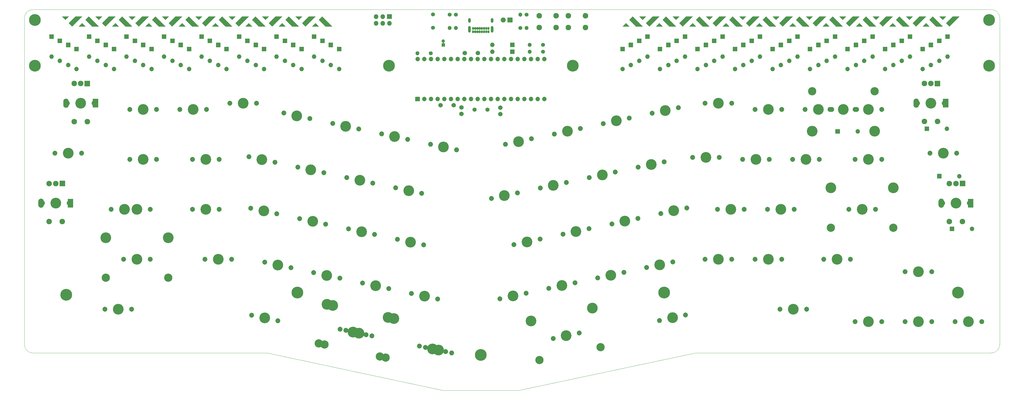
<source format=gts>
G04 #@! TF.GenerationSoftware,KiCad,Pcbnew,5.1.10-88a1d61d58~90~ubuntu21.04.1*
G04 #@! TF.CreationDate,2021-09-18T02:19:37+02:00*
G04 #@! TF.ProjectId,basketweave,6261736b-6574-4776-9561-76652e6b6963,rev?*
G04 #@! TF.SameCoordinates,Original*
G04 #@! TF.FileFunction,Soldermask,Top*
G04 #@! TF.FilePolarity,Negative*
%FSLAX46Y46*%
G04 Gerber Fmt 4.6, Leading zero omitted, Abs format (unit mm)*
G04 Created by KiCad (PCBNEW 5.1.10-88a1d61d58~90~ubuntu21.04.1) date 2021-09-18 02:19:37*
%MOMM*%
%LPD*%
G01*
G04 APERTURE LIST*
G04 #@! TA.AperFunction,Profile*
%ADD10C,0.050000*%
G04 #@! TD*
%ADD11C,0.100000*%
%ADD12C,1.852000*%
%ADD13C,4.089800*%
%ADD14C,3.150000*%
%ADD15O,1.702000X1.702000*%
%ADD16C,2.102000*%
%ADD17C,4.502000*%
%ADD18C,1.902000*%
%ADD19O,0.752000X1.102000*%
%ADD20O,1.002000X2.502000*%
%ADD21O,1.002000X1.802000*%
%ADD22O,1.802000X1.802000*%
%ADD23C,1.702000*%
%ADD24O,1.502000X1.502000*%
%ADD25C,1.502000*%
%ADD26C,1.602000*%
%ADD27C,1.302000*%
%ADD28C,0.150000*%
G04 APERTURE END LIST*
D10*
X25400000Y-83343750D02*
G75*
G02*
X28575000Y-80168750I3175000J0D01*
G01*
X184943750Y-225425000D02*
X213518750Y-225425000D01*
X28575000Y-211137500D02*
G75*
G02*
X25400000Y-207962500I0J3175000D01*
G01*
X396875000Y-207962500D02*
G75*
G02*
X393700000Y-211137500I-3175000J0D01*
G01*
X393700000Y-80168750D02*
G75*
G02*
X396875000Y-83343750I0J-3175000D01*
G01*
X280987500Y-211137500D02*
X213518750Y-225425000D01*
X393700000Y-211137500D02*
X280987500Y-211137500D01*
X117824250Y-211137500D02*
X184943750Y-225425000D01*
X28575000Y-211137500D02*
X117824250Y-211137500D01*
X396875000Y-83343750D02*
X396875000Y-207962500D01*
X28575000Y-80168750D02*
X393700000Y-80168750D01*
X25400000Y-83343750D02*
X25400000Y-207962500D01*
D11*
G36*
X377702500Y-86547500D02*
G01*
X376432500Y-85277500D01*
X378972500Y-82737500D01*
X381512500Y-82737500D01*
X377702500Y-86547500D01*
G37*
X377702500Y-86547500D02*
X376432500Y-85277500D01*
X378972500Y-82737500D01*
X381512500Y-82737500D01*
X377702500Y-86547500D01*
G36*
X370082500Y-86547500D02*
G01*
X367542500Y-86547500D01*
X368812500Y-85277500D01*
X370082500Y-86547500D01*
G37*
X370082500Y-86547500D02*
X367542500Y-86547500D01*
X368812500Y-85277500D01*
X370082500Y-86547500D01*
G36*
X375162500Y-86547500D02*
G01*
X372622500Y-86547500D01*
X370082500Y-84007500D01*
X371352500Y-82737500D01*
X375162500Y-86547500D01*
G37*
X375162500Y-86547500D02*
X372622500Y-86547500D01*
X370082500Y-84007500D01*
X371352500Y-82737500D01*
X375162500Y-86547500D01*
G36*
X375162500Y-84007500D02*
G01*
X373892500Y-82737500D01*
X376432500Y-82737500D01*
X375162500Y-84007500D01*
G37*
X375162500Y-84007500D02*
X373892500Y-82737500D01*
X376432500Y-82737500D01*
X375162500Y-84007500D01*
G36*
X365002500Y-86547500D02*
G01*
X363732500Y-85277500D01*
X366272500Y-82737500D01*
X368812500Y-82737500D01*
X365002500Y-86547500D01*
G37*
X365002500Y-86547500D02*
X363732500Y-85277500D01*
X366272500Y-82737500D01*
X368812500Y-82737500D01*
X365002500Y-86547500D01*
G36*
X357382500Y-86547500D02*
G01*
X354842500Y-86547500D01*
X356112500Y-85277500D01*
X357382500Y-86547500D01*
G37*
X357382500Y-86547500D02*
X354842500Y-86547500D01*
X356112500Y-85277500D01*
X357382500Y-86547500D01*
G36*
X362462500Y-86547500D02*
G01*
X359922500Y-86547500D01*
X357382500Y-84007500D01*
X358652500Y-82737500D01*
X362462500Y-86547500D01*
G37*
X362462500Y-86547500D02*
X359922500Y-86547500D01*
X357382500Y-84007500D01*
X358652500Y-82737500D01*
X362462500Y-86547500D01*
G36*
X362462500Y-84007500D02*
G01*
X361192500Y-82737500D01*
X363732500Y-82737500D01*
X362462500Y-84007500D01*
G37*
X362462500Y-84007500D02*
X361192500Y-82737500D01*
X363732500Y-82737500D01*
X362462500Y-84007500D01*
G36*
X349762500Y-86547500D02*
G01*
X347222500Y-86547500D01*
X344682500Y-84007500D01*
X345952500Y-82737500D01*
X349762500Y-86547500D01*
G37*
X349762500Y-86547500D02*
X347222500Y-86547500D01*
X344682500Y-84007500D01*
X345952500Y-82737500D01*
X349762500Y-86547500D01*
G36*
X349762500Y-84007500D02*
G01*
X348492500Y-82737500D01*
X351032500Y-82737500D01*
X349762500Y-84007500D01*
G37*
X349762500Y-84007500D02*
X348492500Y-82737500D01*
X351032500Y-82737500D01*
X349762500Y-84007500D01*
G36*
X344682500Y-86547500D02*
G01*
X342142500Y-86547500D01*
X343412500Y-85277500D01*
X344682500Y-86547500D01*
G37*
X344682500Y-86547500D02*
X342142500Y-86547500D01*
X343412500Y-85277500D01*
X344682500Y-86547500D01*
G36*
X352302500Y-86547500D02*
G01*
X351032500Y-85277500D01*
X353572500Y-82737500D01*
X356112500Y-82737500D01*
X352302500Y-86547500D01*
G37*
X352302500Y-86547500D02*
X351032500Y-85277500D01*
X353572500Y-82737500D01*
X356112500Y-82737500D01*
X352302500Y-86547500D01*
G36*
X339602500Y-86547500D02*
G01*
X338332500Y-85277500D01*
X340872500Y-82737500D01*
X343412500Y-82737500D01*
X339602500Y-86547500D01*
G37*
X339602500Y-86547500D02*
X338332500Y-85277500D01*
X340872500Y-82737500D01*
X343412500Y-82737500D01*
X339602500Y-86547500D01*
G36*
X331982500Y-86547500D02*
G01*
X329442500Y-86547500D01*
X330712500Y-85277500D01*
X331982500Y-86547500D01*
G37*
X331982500Y-86547500D02*
X329442500Y-86547500D01*
X330712500Y-85277500D01*
X331982500Y-86547500D01*
G36*
X337062500Y-86547500D02*
G01*
X334522500Y-86547500D01*
X331982500Y-84007500D01*
X333252500Y-82737500D01*
X337062500Y-86547500D01*
G37*
X337062500Y-86547500D02*
X334522500Y-86547500D01*
X331982500Y-84007500D01*
X333252500Y-82737500D01*
X337062500Y-86547500D01*
G36*
X337062500Y-84007500D02*
G01*
X335792500Y-82737500D01*
X338332500Y-82737500D01*
X337062500Y-84007500D01*
G37*
X337062500Y-84007500D02*
X335792500Y-82737500D01*
X338332500Y-82737500D01*
X337062500Y-84007500D01*
G36*
X324362500Y-86547500D02*
G01*
X321822500Y-86547500D01*
X319282500Y-84007500D01*
X320552500Y-82737500D01*
X324362500Y-86547500D01*
G37*
X324362500Y-86547500D02*
X321822500Y-86547500D01*
X319282500Y-84007500D01*
X320552500Y-82737500D01*
X324362500Y-86547500D01*
G36*
X324362500Y-84007500D02*
G01*
X323092500Y-82737500D01*
X325632500Y-82737500D01*
X324362500Y-84007500D01*
G37*
X324362500Y-84007500D02*
X323092500Y-82737500D01*
X325632500Y-82737500D01*
X324362500Y-84007500D01*
G36*
X319282500Y-86547500D02*
G01*
X316742500Y-86547500D01*
X318012500Y-85277500D01*
X319282500Y-86547500D01*
G37*
X319282500Y-86547500D02*
X316742500Y-86547500D01*
X318012500Y-85277500D01*
X319282500Y-86547500D01*
G36*
X326902500Y-86547500D02*
G01*
X325632500Y-85277500D01*
X328172500Y-82737500D01*
X330712500Y-82737500D01*
X326902500Y-86547500D01*
G37*
X326902500Y-86547500D02*
X325632500Y-85277500D01*
X328172500Y-82737500D01*
X330712500Y-82737500D01*
X326902500Y-86547500D01*
G36*
X314202500Y-86547500D02*
G01*
X312932500Y-85277500D01*
X315472500Y-82737500D01*
X318012500Y-82737500D01*
X314202500Y-86547500D01*
G37*
X314202500Y-86547500D02*
X312932500Y-85277500D01*
X315472500Y-82737500D01*
X318012500Y-82737500D01*
X314202500Y-86547500D01*
G36*
X306582500Y-86547500D02*
G01*
X304042500Y-86547500D01*
X305312500Y-85277500D01*
X306582500Y-86547500D01*
G37*
X306582500Y-86547500D02*
X304042500Y-86547500D01*
X305312500Y-85277500D01*
X306582500Y-86547500D01*
G36*
X311662500Y-86547500D02*
G01*
X309122500Y-86547500D01*
X306582500Y-84007500D01*
X307852500Y-82737500D01*
X311662500Y-86547500D01*
G37*
X311662500Y-86547500D02*
X309122500Y-86547500D01*
X306582500Y-84007500D01*
X307852500Y-82737500D01*
X311662500Y-86547500D01*
G36*
X311662500Y-84007500D02*
G01*
X310392500Y-82737500D01*
X312932500Y-82737500D01*
X311662500Y-84007500D01*
G37*
X311662500Y-84007500D02*
X310392500Y-82737500D01*
X312932500Y-82737500D01*
X311662500Y-84007500D01*
G36*
X298962500Y-86547500D02*
G01*
X296422500Y-86547500D01*
X293882500Y-84007500D01*
X295152500Y-82737500D01*
X298962500Y-86547500D01*
G37*
X298962500Y-86547500D02*
X296422500Y-86547500D01*
X293882500Y-84007500D01*
X295152500Y-82737500D01*
X298962500Y-86547500D01*
G36*
X298962500Y-84007500D02*
G01*
X297692500Y-82737500D01*
X300232500Y-82737500D01*
X298962500Y-84007500D01*
G37*
X298962500Y-84007500D02*
X297692500Y-82737500D01*
X300232500Y-82737500D01*
X298962500Y-84007500D01*
G36*
X293882500Y-86547500D02*
G01*
X291342500Y-86547500D01*
X292612500Y-85277500D01*
X293882500Y-86547500D01*
G37*
X293882500Y-86547500D02*
X291342500Y-86547500D01*
X292612500Y-85277500D01*
X293882500Y-86547500D01*
G36*
X301502500Y-86547500D02*
G01*
X300232500Y-85277500D01*
X302772500Y-82737500D01*
X305312500Y-82737500D01*
X301502500Y-86547500D01*
G37*
X301502500Y-86547500D02*
X300232500Y-85277500D01*
X302772500Y-82737500D01*
X305312500Y-82737500D01*
X301502500Y-86547500D01*
G36*
X288802500Y-86547500D02*
G01*
X287532500Y-85277500D01*
X290072500Y-82737500D01*
X292612500Y-82737500D01*
X288802500Y-86547500D01*
G37*
X288802500Y-86547500D02*
X287532500Y-85277500D01*
X290072500Y-82737500D01*
X292612500Y-82737500D01*
X288802500Y-86547500D01*
G36*
X281182500Y-86547500D02*
G01*
X278642500Y-86547500D01*
X279912500Y-85277500D01*
X281182500Y-86547500D01*
G37*
X281182500Y-86547500D02*
X278642500Y-86547500D01*
X279912500Y-85277500D01*
X281182500Y-86547500D01*
G36*
X286262500Y-86547500D02*
G01*
X283722500Y-86547500D01*
X281182500Y-84007500D01*
X282452500Y-82737500D01*
X286262500Y-86547500D01*
G37*
X286262500Y-86547500D02*
X283722500Y-86547500D01*
X281182500Y-84007500D01*
X282452500Y-82737500D01*
X286262500Y-86547500D01*
G36*
X286262500Y-84007500D02*
G01*
X284992500Y-82737500D01*
X287532500Y-82737500D01*
X286262500Y-84007500D01*
G37*
X286262500Y-84007500D02*
X284992500Y-82737500D01*
X287532500Y-82737500D01*
X286262500Y-84007500D01*
G36*
X276102500Y-86547500D02*
G01*
X274832500Y-85277500D01*
X277372500Y-82737500D01*
X279912500Y-82737500D01*
X276102500Y-86547500D01*
G37*
X276102500Y-86547500D02*
X274832500Y-85277500D01*
X277372500Y-82737500D01*
X279912500Y-82737500D01*
X276102500Y-86547500D01*
G36*
X268482500Y-86547500D02*
G01*
X265942500Y-86547500D01*
X267212500Y-85277500D01*
X268482500Y-86547500D01*
G37*
X268482500Y-86547500D02*
X265942500Y-86547500D01*
X267212500Y-85277500D01*
X268482500Y-86547500D01*
G36*
X273562500Y-86547500D02*
G01*
X271022500Y-86547500D01*
X268482500Y-84007500D01*
X269752500Y-82737500D01*
X273562500Y-86547500D01*
G37*
X273562500Y-86547500D02*
X271022500Y-86547500D01*
X268482500Y-84007500D01*
X269752500Y-82737500D01*
X273562500Y-86547500D01*
G36*
X273562500Y-84007500D02*
G01*
X272292500Y-82737500D01*
X274832500Y-82737500D01*
X273562500Y-84007500D01*
G37*
X273562500Y-84007500D02*
X272292500Y-82737500D01*
X274832500Y-82737500D01*
X273562500Y-84007500D01*
G36*
X255782500Y-86547500D02*
G01*
X253242500Y-86547500D01*
X254512500Y-85277500D01*
X255782500Y-86547500D01*
G37*
X255782500Y-86547500D02*
X253242500Y-86547500D01*
X254512500Y-85277500D01*
X255782500Y-86547500D01*
G36*
X260862500Y-86547500D02*
G01*
X258322500Y-86547500D01*
X255782500Y-84007500D01*
X257052500Y-82737500D01*
X260862500Y-86547500D01*
G37*
X260862500Y-86547500D02*
X258322500Y-86547500D01*
X255782500Y-84007500D01*
X257052500Y-82737500D01*
X260862500Y-86547500D01*
G36*
X260862500Y-84007500D02*
G01*
X259592500Y-82737500D01*
X262132500Y-82737500D01*
X260862500Y-84007500D01*
G37*
X260862500Y-84007500D02*
X259592500Y-82737500D01*
X262132500Y-82737500D01*
X260862500Y-84007500D01*
G36*
X263402500Y-86547500D02*
G01*
X262132500Y-85277500D01*
X264672500Y-82737500D01*
X267212500Y-82737500D01*
X263402500Y-86547500D01*
G37*
X263402500Y-86547500D02*
X262132500Y-85277500D01*
X264672500Y-82737500D01*
X267212500Y-82737500D01*
X263402500Y-86547500D01*
G36*
X43532500Y-86547500D02*
G01*
X42262500Y-85277500D01*
X44802500Y-82737500D01*
X47342500Y-82737500D01*
X43532500Y-86547500D01*
G37*
X43532500Y-86547500D02*
X42262500Y-85277500D01*
X44802500Y-82737500D01*
X47342500Y-82737500D01*
X43532500Y-86547500D01*
G36*
X40992500Y-84007500D02*
G01*
X39722500Y-82737500D01*
X42262500Y-82737500D01*
X40992500Y-84007500D01*
G37*
X40992500Y-84007500D02*
X39722500Y-82737500D01*
X42262500Y-82737500D01*
X40992500Y-84007500D01*
G36*
X53692500Y-84007500D02*
G01*
X52422500Y-82737500D01*
X54962500Y-82737500D01*
X53692500Y-84007500D01*
G37*
X53692500Y-84007500D02*
X52422500Y-82737500D01*
X54962500Y-82737500D01*
X53692500Y-84007500D01*
G36*
X53692500Y-86547500D02*
G01*
X51152500Y-86547500D01*
X48612500Y-84007500D01*
X49882500Y-82737500D01*
X53692500Y-86547500D01*
G37*
X53692500Y-86547500D02*
X51152500Y-86547500D01*
X48612500Y-84007500D01*
X49882500Y-82737500D01*
X53692500Y-86547500D01*
G36*
X48612500Y-86547500D02*
G01*
X46072500Y-86547500D01*
X47342500Y-85277500D01*
X48612500Y-86547500D01*
G37*
X48612500Y-86547500D02*
X46072500Y-86547500D01*
X47342500Y-85277500D01*
X48612500Y-86547500D01*
G36*
X56232500Y-86547500D02*
G01*
X54962500Y-85277500D01*
X57502500Y-82737500D01*
X60042500Y-82737500D01*
X56232500Y-86547500D01*
G37*
X56232500Y-86547500D02*
X54962500Y-85277500D01*
X57502500Y-82737500D01*
X60042500Y-82737500D01*
X56232500Y-86547500D01*
G36*
X66392500Y-84007500D02*
G01*
X65122500Y-82737500D01*
X67662500Y-82737500D01*
X66392500Y-84007500D01*
G37*
X66392500Y-84007500D02*
X65122500Y-82737500D01*
X67662500Y-82737500D01*
X66392500Y-84007500D01*
G36*
X66392500Y-86547500D02*
G01*
X63852500Y-86547500D01*
X61312500Y-84007500D01*
X62582500Y-82737500D01*
X66392500Y-86547500D01*
G37*
X66392500Y-86547500D02*
X63852500Y-86547500D01*
X61312500Y-84007500D01*
X62582500Y-82737500D01*
X66392500Y-86547500D01*
G36*
X61312500Y-86547500D02*
G01*
X58772500Y-86547500D01*
X60042500Y-85277500D01*
X61312500Y-86547500D01*
G37*
X61312500Y-86547500D02*
X58772500Y-86547500D01*
X60042500Y-85277500D01*
X61312500Y-86547500D01*
G36*
X68932500Y-86547500D02*
G01*
X67662500Y-85277500D01*
X70202500Y-82737500D01*
X72742500Y-82737500D01*
X68932500Y-86547500D01*
G37*
X68932500Y-86547500D02*
X67662500Y-85277500D01*
X70202500Y-82737500D01*
X72742500Y-82737500D01*
X68932500Y-86547500D01*
G36*
X81632500Y-86547500D02*
G01*
X80362500Y-85277500D01*
X82902500Y-82737500D01*
X85442500Y-82737500D01*
X81632500Y-86547500D01*
G37*
X81632500Y-86547500D02*
X80362500Y-85277500D01*
X82902500Y-82737500D01*
X85442500Y-82737500D01*
X81632500Y-86547500D01*
G36*
X74012500Y-86547500D02*
G01*
X71472500Y-86547500D01*
X72742500Y-85277500D01*
X74012500Y-86547500D01*
G37*
X74012500Y-86547500D02*
X71472500Y-86547500D01*
X72742500Y-85277500D01*
X74012500Y-86547500D01*
G36*
X79092500Y-84007500D02*
G01*
X77822500Y-82737500D01*
X80362500Y-82737500D01*
X79092500Y-84007500D01*
G37*
X79092500Y-84007500D02*
X77822500Y-82737500D01*
X80362500Y-82737500D01*
X79092500Y-84007500D01*
G36*
X79092500Y-86547500D02*
G01*
X76552500Y-86547500D01*
X74012500Y-84007500D01*
X75282500Y-82737500D01*
X79092500Y-86547500D01*
G37*
X79092500Y-86547500D02*
X76552500Y-86547500D01*
X74012500Y-84007500D01*
X75282500Y-82737500D01*
X79092500Y-86547500D01*
G36*
X91792500Y-84007500D02*
G01*
X90522500Y-82737500D01*
X93062500Y-82737500D01*
X91792500Y-84007500D01*
G37*
X91792500Y-84007500D02*
X90522500Y-82737500D01*
X93062500Y-82737500D01*
X91792500Y-84007500D01*
G36*
X91792500Y-86547500D02*
G01*
X89252500Y-86547500D01*
X86712500Y-84007500D01*
X87982500Y-82737500D01*
X91792500Y-86547500D01*
G37*
X91792500Y-86547500D02*
X89252500Y-86547500D01*
X86712500Y-84007500D01*
X87982500Y-82737500D01*
X91792500Y-86547500D01*
G36*
X86712500Y-86547500D02*
G01*
X84172500Y-86547500D01*
X85442500Y-85277500D01*
X86712500Y-86547500D01*
G37*
X86712500Y-86547500D02*
X84172500Y-86547500D01*
X85442500Y-85277500D01*
X86712500Y-86547500D01*
G36*
X94332500Y-86547500D02*
G01*
X93062500Y-85277500D01*
X95602500Y-82737500D01*
X98142500Y-82737500D01*
X94332500Y-86547500D01*
G37*
X94332500Y-86547500D02*
X93062500Y-85277500D01*
X95602500Y-82737500D01*
X98142500Y-82737500D01*
X94332500Y-86547500D01*
G36*
X107032500Y-86547500D02*
G01*
X105762500Y-85277500D01*
X108302500Y-82737500D01*
X110842500Y-82737500D01*
X107032500Y-86547500D01*
G37*
X107032500Y-86547500D02*
X105762500Y-85277500D01*
X108302500Y-82737500D01*
X110842500Y-82737500D01*
X107032500Y-86547500D01*
G36*
X99412500Y-86547500D02*
G01*
X96872500Y-86547500D01*
X98142500Y-85277500D01*
X99412500Y-86547500D01*
G37*
X99412500Y-86547500D02*
X96872500Y-86547500D01*
X98142500Y-85277500D01*
X99412500Y-86547500D01*
G36*
X104492500Y-84007500D02*
G01*
X103222500Y-82737500D01*
X105762500Y-82737500D01*
X104492500Y-84007500D01*
G37*
X104492500Y-84007500D02*
X103222500Y-82737500D01*
X105762500Y-82737500D01*
X104492500Y-84007500D01*
G36*
X104492500Y-86547500D02*
G01*
X101952500Y-86547500D01*
X99412500Y-84007500D01*
X100682500Y-82737500D01*
X104492500Y-86547500D01*
G37*
X104492500Y-86547500D02*
X101952500Y-86547500D01*
X99412500Y-84007500D01*
X100682500Y-82737500D01*
X104492500Y-86547500D01*
G36*
X117192500Y-84007500D02*
G01*
X115922500Y-82737500D01*
X118462500Y-82737500D01*
X117192500Y-84007500D01*
G37*
X117192500Y-84007500D02*
X115922500Y-82737500D01*
X118462500Y-82737500D01*
X117192500Y-84007500D01*
G36*
X117192500Y-86547500D02*
G01*
X114652500Y-86547500D01*
X112112500Y-84007500D01*
X113382500Y-82737500D01*
X117192500Y-86547500D01*
G37*
X117192500Y-86547500D02*
X114652500Y-86547500D01*
X112112500Y-84007500D01*
X113382500Y-82737500D01*
X117192500Y-86547500D01*
G36*
X112112500Y-86547500D02*
G01*
X109572500Y-86547500D01*
X110842500Y-85277500D01*
X112112500Y-86547500D01*
G37*
X112112500Y-86547500D02*
X109572500Y-86547500D01*
X110842500Y-85277500D01*
X112112500Y-86547500D01*
G36*
X119732500Y-86547500D02*
G01*
X118462500Y-85277500D01*
X121002500Y-82737500D01*
X123542500Y-82737500D01*
X119732500Y-86547500D01*
G37*
X119732500Y-86547500D02*
X118462500Y-85277500D01*
X121002500Y-82737500D01*
X123542500Y-82737500D01*
X119732500Y-86547500D01*
G36*
X132432500Y-86547500D02*
G01*
X131162500Y-85277500D01*
X133702500Y-82737500D01*
X136242500Y-82737500D01*
X132432500Y-86547500D01*
G37*
X132432500Y-86547500D02*
X131162500Y-85277500D01*
X133702500Y-82737500D01*
X136242500Y-82737500D01*
X132432500Y-86547500D01*
G36*
X124812500Y-86547500D02*
G01*
X122272500Y-86547500D01*
X123542500Y-85277500D01*
X124812500Y-86547500D01*
G37*
X124812500Y-86547500D02*
X122272500Y-86547500D01*
X123542500Y-85277500D01*
X124812500Y-86547500D01*
G36*
X129892500Y-84007500D02*
G01*
X128622500Y-82737500D01*
X131162500Y-82737500D01*
X129892500Y-84007500D01*
G37*
X129892500Y-84007500D02*
X128622500Y-82737500D01*
X131162500Y-82737500D01*
X129892500Y-84007500D01*
G36*
X129892500Y-86547500D02*
G01*
X127352500Y-86547500D01*
X124812500Y-84007500D01*
X126082500Y-82737500D01*
X129892500Y-86547500D01*
G37*
X129892500Y-86547500D02*
X127352500Y-86547500D01*
X124812500Y-84007500D01*
X126082500Y-82737500D01*
X129892500Y-86547500D01*
G36*
X142592500Y-86547500D02*
G01*
X140052500Y-86547500D01*
X137512500Y-84007500D01*
X138782500Y-82737500D01*
X142592500Y-86547500D01*
G37*
X142592500Y-86547500D02*
X140052500Y-86547500D01*
X137512500Y-84007500D01*
X138782500Y-82737500D01*
X142592500Y-86547500D01*
G36*
X137512500Y-86547500D02*
G01*
X134972500Y-86547500D01*
X136242500Y-85277500D01*
X137512500Y-86547500D01*
G37*
X137512500Y-86547500D02*
X134972500Y-86547500D01*
X136242500Y-85277500D01*
X137512500Y-86547500D01*
D10*
X25400000Y-83343750D02*
G75*
G02*
X28575000Y-80168750I3175000J0D01*
G01*
X184943750Y-225425000D02*
X213518750Y-225425000D01*
X28575000Y-211137500D02*
G75*
G02*
X25400000Y-207962500I0J3175000D01*
G01*
X396875000Y-207962500D02*
G75*
G02*
X393700000Y-211137500I-3175000J0D01*
G01*
X393700000Y-80168750D02*
G75*
G02*
X396875000Y-83343750I0J-3175000D01*
G01*
X280987500Y-211137500D02*
X213518750Y-225425000D01*
X393700000Y-211137500D02*
X280987500Y-211137500D01*
X117824250Y-211137500D02*
X184943750Y-225425000D01*
X28575000Y-211137500D02*
X117824250Y-211137500D01*
X396875000Y-83343750D02*
X396875000Y-207962500D01*
X28575000Y-80168750D02*
X393700000Y-80168750D01*
X25400000Y-83343750D02*
X25400000Y-207962500D01*
D11*
G36*
X377702500Y-86547500D02*
G01*
X376432500Y-85277500D01*
X378972500Y-82737500D01*
X381512500Y-82737500D01*
X377702500Y-86547500D01*
G37*
X377702500Y-86547500D02*
X376432500Y-85277500D01*
X378972500Y-82737500D01*
X381512500Y-82737500D01*
X377702500Y-86547500D01*
G36*
X370082500Y-86547500D02*
G01*
X367542500Y-86547500D01*
X368812500Y-85277500D01*
X370082500Y-86547500D01*
G37*
X370082500Y-86547500D02*
X367542500Y-86547500D01*
X368812500Y-85277500D01*
X370082500Y-86547500D01*
G36*
X375162500Y-86547500D02*
G01*
X372622500Y-86547500D01*
X370082500Y-84007500D01*
X371352500Y-82737500D01*
X375162500Y-86547500D01*
G37*
X375162500Y-86547500D02*
X372622500Y-86547500D01*
X370082500Y-84007500D01*
X371352500Y-82737500D01*
X375162500Y-86547500D01*
G36*
X375162500Y-84007500D02*
G01*
X373892500Y-82737500D01*
X376432500Y-82737500D01*
X375162500Y-84007500D01*
G37*
X375162500Y-84007500D02*
X373892500Y-82737500D01*
X376432500Y-82737500D01*
X375162500Y-84007500D01*
G36*
X365002500Y-86547500D02*
G01*
X363732500Y-85277500D01*
X366272500Y-82737500D01*
X368812500Y-82737500D01*
X365002500Y-86547500D01*
G37*
X365002500Y-86547500D02*
X363732500Y-85277500D01*
X366272500Y-82737500D01*
X368812500Y-82737500D01*
X365002500Y-86547500D01*
G36*
X357382500Y-86547500D02*
G01*
X354842500Y-86547500D01*
X356112500Y-85277500D01*
X357382500Y-86547500D01*
G37*
X357382500Y-86547500D02*
X354842500Y-86547500D01*
X356112500Y-85277500D01*
X357382500Y-86547500D01*
G36*
X362462500Y-86547500D02*
G01*
X359922500Y-86547500D01*
X357382500Y-84007500D01*
X358652500Y-82737500D01*
X362462500Y-86547500D01*
G37*
X362462500Y-86547500D02*
X359922500Y-86547500D01*
X357382500Y-84007500D01*
X358652500Y-82737500D01*
X362462500Y-86547500D01*
G36*
X362462500Y-84007500D02*
G01*
X361192500Y-82737500D01*
X363732500Y-82737500D01*
X362462500Y-84007500D01*
G37*
X362462500Y-84007500D02*
X361192500Y-82737500D01*
X363732500Y-82737500D01*
X362462500Y-84007500D01*
G36*
X349762500Y-86547500D02*
G01*
X347222500Y-86547500D01*
X344682500Y-84007500D01*
X345952500Y-82737500D01*
X349762500Y-86547500D01*
G37*
X349762500Y-86547500D02*
X347222500Y-86547500D01*
X344682500Y-84007500D01*
X345952500Y-82737500D01*
X349762500Y-86547500D01*
G36*
X349762500Y-84007500D02*
G01*
X348492500Y-82737500D01*
X351032500Y-82737500D01*
X349762500Y-84007500D01*
G37*
X349762500Y-84007500D02*
X348492500Y-82737500D01*
X351032500Y-82737500D01*
X349762500Y-84007500D01*
G36*
X344682500Y-86547500D02*
G01*
X342142500Y-86547500D01*
X343412500Y-85277500D01*
X344682500Y-86547500D01*
G37*
X344682500Y-86547500D02*
X342142500Y-86547500D01*
X343412500Y-85277500D01*
X344682500Y-86547500D01*
G36*
X352302500Y-86547500D02*
G01*
X351032500Y-85277500D01*
X353572500Y-82737500D01*
X356112500Y-82737500D01*
X352302500Y-86547500D01*
G37*
X352302500Y-86547500D02*
X351032500Y-85277500D01*
X353572500Y-82737500D01*
X356112500Y-82737500D01*
X352302500Y-86547500D01*
G36*
X339602500Y-86547500D02*
G01*
X338332500Y-85277500D01*
X340872500Y-82737500D01*
X343412500Y-82737500D01*
X339602500Y-86547500D01*
G37*
X339602500Y-86547500D02*
X338332500Y-85277500D01*
X340872500Y-82737500D01*
X343412500Y-82737500D01*
X339602500Y-86547500D01*
G36*
X331982500Y-86547500D02*
G01*
X329442500Y-86547500D01*
X330712500Y-85277500D01*
X331982500Y-86547500D01*
G37*
X331982500Y-86547500D02*
X329442500Y-86547500D01*
X330712500Y-85277500D01*
X331982500Y-86547500D01*
G36*
X337062500Y-86547500D02*
G01*
X334522500Y-86547500D01*
X331982500Y-84007500D01*
X333252500Y-82737500D01*
X337062500Y-86547500D01*
G37*
X337062500Y-86547500D02*
X334522500Y-86547500D01*
X331982500Y-84007500D01*
X333252500Y-82737500D01*
X337062500Y-86547500D01*
G36*
X337062500Y-84007500D02*
G01*
X335792500Y-82737500D01*
X338332500Y-82737500D01*
X337062500Y-84007500D01*
G37*
X337062500Y-84007500D02*
X335792500Y-82737500D01*
X338332500Y-82737500D01*
X337062500Y-84007500D01*
G36*
X324362500Y-86547500D02*
G01*
X321822500Y-86547500D01*
X319282500Y-84007500D01*
X320552500Y-82737500D01*
X324362500Y-86547500D01*
G37*
X324362500Y-86547500D02*
X321822500Y-86547500D01*
X319282500Y-84007500D01*
X320552500Y-82737500D01*
X324362500Y-86547500D01*
G36*
X324362500Y-84007500D02*
G01*
X323092500Y-82737500D01*
X325632500Y-82737500D01*
X324362500Y-84007500D01*
G37*
X324362500Y-84007500D02*
X323092500Y-82737500D01*
X325632500Y-82737500D01*
X324362500Y-84007500D01*
G36*
X319282500Y-86547500D02*
G01*
X316742500Y-86547500D01*
X318012500Y-85277500D01*
X319282500Y-86547500D01*
G37*
X319282500Y-86547500D02*
X316742500Y-86547500D01*
X318012500Y-85277500D01*
X319282500Y-86547500D01*
G36*
X326902500Y-86547500D02*
G01*
X325632500Y-85277500D01*
X328172500Y-82737500D01*
X330712500Y-82737500D01*
X326902500Y-86547500D01*
G37*
X326902500Y-86547500D02*
X325632500Y-85277500D01*
X328172500Y-82737500D01*
X330712500Y-82737500D01*
X326902500Y-86547500D01*
G36*
X314202500Y-86547500D02*
G01*
X312932500Y-85277500D01*
X315472500Y-82737500D01*
X318012500Y-82737500D01*
X314202500Y-86547500D01*
G37*
X314202500Y-86547500D02*
X312932500Y-85277500D01*
X315472500Y-82737500D01*
X318012500Y-82737500D01*
X314202500Y-86547500D01*
G36*
X306582500Y-86547500D02*
G01*
X304042500Y-86547500D01*
X305312500Y-85277500D01*
X306582500Y-86547500D01*
G37*
X306582500Y-86547500D02*
X304042500Y-86547500D01*
X305312500Y-85277500D01*
X306582500Y-86547500D01*
G36*
X311662500Y-86547500D02*
G01*
X309122500Y-86547500D01*
X306582500Y-84007500D01*
X307852500Y-82737500D01*
X311662500Y-86547500D01*
G37*
X311662500Y-86547500D02*
X309122500Y-86547500D01*
X306582500Y-84007500D01*
X307852500Y-82737500D01*
X311662500Y-86547500D01*
G36*
X311662500Y-84007500D02*
G01*
X310392500Y-82737500D01*
X312932500Y-82737500D01*
X311662500Y-84007500D01*
G37*
X311662500Y-84007500D02*
X310392500Y-82737500D01*
X312932500Y-82737500D01*
X311662500Y-84007500D01*
G36*
X298962500Y-86547500D02*
G01*
X296422500Y-86547500D01*
X293882500Y-84007500D01*
X295152500Y-82737500D01*
X298962500Y-86547500D01*
G37*
X298962500Y-86547500D02*
X296422500Y-86547500D01*
X293882500Y-84007500D01*
X295152500Y-82737500D01*
X298962500Y-86547500D01*
G36*
X298962500Y-84007500D02*
G01*
X297692500Y-82737500D01*
X300232500Y-82737500D01*
X298962500Y-84007500D01*
G37*
X298962500Y-84007500D02*
X297692500Y-82737500D01*
X300232500Y-82737500D01*
X298962500Y-84007500D01*
G36*
X293882500Y-86547500D02*
G01*
X291342500Y-86547500D01*
X292612500Y-85277500D01*
X293882500Y-86547500D01*
G37*
X293882500Y-86547500D02*
X291342500Y-86547500D01*
X292612500Y-85277500D01*
X293882500Y-86547500D01*
G36*
X301502500Y-86547500D02*
G01*
X300232500Y-85277500D01*
X302772500Y-82737500D01*
X305312500Y-82737500D01*
X301502500Y-86547500D01*
G37*
X301502500Y-86547500D02*
X300232500Y-85277500D01*
X302772500Y-82737500D01*
X305312500Y-82737500D01*
X301502500Y-86547500D01*
G36*
X288802500Y-86547500D02*
G01*
X287532500Y-85277500D01*
X290072500Y-82737500D01*
X292612500Y-82737500D01*
X288802500Y-86547500D01*
G37*
X288802500Y-86547500D02*
X287532500Y-85277500D01*
X290072500Y-82737500D01*
X292612500Y-82737500D01*
X288802500Y-86547500D01*
G36*
X281182500Y-86547500D02*
G01*
X278642500Y-86547500D01*
X279912500Y-85277500D01*
X281182500Y-86547500D01*
G37*
X281182500Y-86547500D02*
X278642500Y-86547500D01*
X279912500Y-85277500D01*
X281182500Y-86547500D01*
G36*
X286262500Y-86547500D02*
G01*
X283722500Y-86547500D01*
X281182500Y-84007500D01*
X282452500Y-82737500D01*
X286262500Y-86547500D01*
G37*
X286262500Y-86547500D02*
X283722500Y-86547500D01*
X281182500Y-84007500D01*
X282452500Y-82737500D01*
X286262500Y-86547500D01*
G36*
X286262500Y-84007500D02*
G01*
X284992500Y-82737500D01*
X287532500Y-82737500D01*
X286262500Y-84007500D01*
G37*
X286262500Y-84007500D02*
X284992500Y-82737500D01*
X287532500Y-82737500D01*
X286262500Y-84007500D01*
G36*
X276102500Y-86547500D02*
G01*
X274832500Y-85277500D01*
X277372500Y-82737500D01*
X279912500Y-82737500D01*
X276102500Y-86547500D01*
G37*
X276102500Y-86547500D02*
X274832500Y-85277500D01*
X277372500Y-82737500D01*
X279912500Y-82737500D01*
X276102500Y-86547500D01*
G36*
X268482500Y-86547500D02*
G01*
X265942500Y-86547500D01*
X267212500Y-85277500D01*
X268482500Y-86547500D01*
G37*
X268482500Y-86547500D02*
X265942500Y-86547500D01*
X267212500Y-85277500D01*
X268482500Y-86547500D01*
G36*
X273562500Y-86547500D02*
G01*
X271022500Y-86547500D01*
X268482500Y-84007500D01*
X269752500Y-82737500D01*
X273562500Y-86547500D01*
G37*
X273562500Y-86547500D02*
X271022500Y-86547500D01*
X268482500Y-84007500D01*
X269752500Y-82737500D01*
X273562500Y-86547500D01*
G36*
X273562500Y-84007500D02*
G01*
X272292500Y-82737500D01*
X274832500Y-82737500D01*
X273562500Y-84007500D01*
G37*
X273562500Y-84007500D02*
X272292500Y-82737500D01*
X274832500Y-82737500D01*
X273562500Y-84007500D01*
G36*
X255782500Y-86547500D02*
G01*
X253242500Y-86547500D01*
X254512500Y-85277500D01*
X255782500Y-86547500D01*
G37*
X255782500Y-86547500D02*
X253242500Y-86547500D01*
X254512500Y-85277500D01*
X255782500Y-86547500D01*
G36*
X260862500Y-86547500D02*
G01*
X258322500Y-86547500D01*
X255782500Y-84007500D01*
X257052500Y-82737500D01*
X260862500Y-86547500D01*
G37*
X260862500Y-86547500D02*
X258322500Y-86547500D01*
X255782500Y-84007500D01*
X257052500Y-82737500D01*
X260862500Y-86547500D01*
G36*
X260862500Y-84007500D02*
G01*
X259592500Y-82737500D01*
X262132500Y-82737500D01*
X260862500Y-84007500D01*
G37*
X260862500Y-84007500D02*
X259592500Y-82737500D01*
X262132500Y-82737500D01*
X260862500Y-84007500D01*
G36*
X263402500Y-86547500D02*
G01*
X262132500Y-85277500D01*
X264672500Y-82737500D01*
X267212500Y-82737500D01*
X263402500Y-86547500D01*
G37*
X263402500Y-86547500D02*
X262132500Y-85277500D01*
X264672500Y-82737500D01*
X267212500Y-82737500D01*
X263402500Y-86547500D01*
G36*
X43532500Y-86547500D02*
G01*
X42262500Y-85277500D01*
X44802500Y-82737500D01*
X47342500Y-82737500D01*
X43532500Y-86547500D01*
G37*
X43532500Y-86547500D02*
X42262500Y-85277500D01*
X44802500Y-82737500D01*
X47342500Y-82737500D01*
X43532500Y-86547500D01*
G36*
X40992500Y-84007500D02*
G01*
X39722500Y-82737500D01*
X42262500Y-82737500D01*
X40992500Y-84007500D01*
G37*
X40992500Y-84007500D02*
X39722500Y-82737500D01*
X42262500Y-82737500D01*
X40992500Y-84007500D01*
G36*
X53692500Y-84007500D02*
G01*
X52422500Y-82737500D01*
X54962500Y-82737500D01*
X53692500Y-84007500D01*
G37*
X53692500Y-84007500D02*
X52422500Y-82737500D01*
X54962500Y-82737500D01*
X53692500Y-84007500D01*
G36*
X53692500Y-86547500D02*
G01*
X51152500Y-86547500D01*
X48612500Y-84007500D01*
X49882500Y-82737500D01*
X53692500Y-86547500D01*
G37*
X53692500Y-86547500D02*
X51152500Y-86547500D01*
X48612500Y-84007500D01*
X49882500Y-82737500D01*
X53692500Y-86547500D01*
G36*
X48612500Y-86547500D02*
G01*
X46072500Y-86547500D01*
X47342500Y-85277500D01*
X48612500Y-86547500D01*
G37*
X48612500Y-86547500D02*
X46072500Y-86547500D01*
X47342500Y-85277500D01*
X48612500Y-86547500D01*
G36*
X56232500Y-86547500D02*
G01*
X54962500Y-85277500D01*
X57502500Y-82737500D01*
X60042500Y-82737500D01*
X56232500Y-86547500D01*
G37*
X56232500Y-86547500D02*
X54962500Y-85277500D01*
X57502500Y-82737500D01*
X60042500Y-82737500D01*
X56232500Y-86547500D01*
G36*
X66392500Y-84007500D02*
G01*
X65122500Y-82737500D01*
X67662500Y-82737500D01*
X66392500Y-84007500D01*
G37*
X66392500Y-84007500D02*
X65122500Y-82737500D01*
X67662500Y-82737500D01*
X66392500Y-84007500D01*
G36*
X66392500Y-86547500D02*
G01*
X63852500Y-86547500D01*
X61312500Y-84007500D01*
X62582500Y-82737500D01*
X66392500Y-86547500D01*
G37*
X66392500Y-86547500D02*
X63852500Y-86547500D01*
X61312500Y-84007500D01*
X62582500Y-82737500D01*
X66392500Y-86547500D01*
G36*
X61312500Y-86547500D02*
G01*
X58772500Y-86547500D01*
X60042500Y-85277500D01*
X61312500Y-86547500D01*
G37*
X61312500Y-86547500D02*
X58772500Y-86547500D01*
X60042500Y-85277500D01*
X61312500Y-86547500D01*
G36*
X68932500Y-86547500D02*
G01*
X67662500Y-85277500D01*
X70202500Y-82737500D01*
X72742500Y-82737500D01*
X68932500Y-86547500D01*
G37*
X68932500Y-86547500D02*
X67662500Y-85277500D01*
X70202500Y-82737500D01*
X72742500Y-82737500D01*
X68932500Y-86547500D01*
G36*
X81632500Y-86547500D02*
G01*
X80362500Y-85277500D01*
X82902500Y-82737500D01*
X85442500Y-82737500D01*
X81632500Y-86547500D01*
G37*
X81632500Y-86547500D02*
X80362500Y-85277500D01*
X82902500Y-82737500D01*
X85442500Y-82737500D01*
X81632500Y-86547500D01*
G36*
X74012500Y-86547500D02*
G01*
X71472500Y-86547500D01*
X72742500Y-85277500D01*
X74012500Y-86547500D01*
G37*
X74012500Y-86547500D02*
X71472500Y-86547500D01*
X72742500Y-85277500D01*
X74012500Y-86547500D01*
G36*
X79092500Y-84007500D02*
G01*
X77822500Y-82737500D01*
X80362500Y-82737500D01*
X79092500Y-84007500D01*
G37*
X79092500Y-84007500D02*
X77822500Y-82737500D01*
X80362500Y-82737500D01*
X79092500Y-84007500D01*
G36*
X79092500Y-86547500D02*
G01*
X76552500Y-86547500D01*
X74012500Y-84007500D01*
X75282500Y-82737500D01*
X79092500Y-86547500D01*
G37*
X79092500Y-86547500D02*
X76552500Y-86547500D01*
X74012500Y-84007500D01*
X75282500Y-82737500D01*
X79092500Y-86547500D01*
G36*
X91792500Y-84007500D02*
G01*
X90522500Y-82737500D01*
X93062500Y-82737500D01*
X91792500Y-84007500D01*
G37*
X91792500Y-84007500D02*
X90522500Y-82737500D01*
X93062500Y-82737500D01*
X91792500Y-84007500D01*
G36*
X91792500Y-86547500D02*
G01*
X89252500Y-86547500D01*
X86712500Y-84007500D01*
X87982500Y-82737500D01*
X91792500Y-86547500D01*
G37*
X91792500Y-86547500D02*
X89252500Y-86547500D01*
X86712500Y-84007500D01*
X87982500Y-82737500D01*
X91792500Y-86547500D01*
G36*
X86712500Y-86547500D02*
G01*
X84172500Y-86547500D01*
X85442500Y-85277500D01*
X86712500Y-86547500D01*
G37*
X86712500Y-86547500D02*
X84172500Y-86547500D01*
X85442500Y-85277500D01*
X86712500Y-86547500D01*
G36*
X94332500Y-86547500D02*
G01*
X93062500Y-85277500D01*
X95602500Y-82737500D01*
X98142500Y-82737500D01*
X94332500Y-86547500D01*
G37*
X94332500Y-86547500D02*
X93062500Y-85277500D01*
X95602500Y-82737500D01*
X98142500Y-82737500D01*
X94332500Y-86547500D01*
G36*
X107032500Y-86547500D02*
G01*
X105762500Y-85277500D01*
X108302500Y-82737500D01*
X110842500Y-82737500D01*
X107032500Y-86547500D01*
G37*
X107032500Y-86547500D02*
X105762500Y-85277500D01*
X108302500Y-82737500D01*
X110842500Y-82737500D01*
X107032500Y-86547500D01*
G36*
X99412500Y-86547500D02*
G01*
X96872500Y-86547500D01*
X98142500Y-85277500D01*
X99412500Y-86547500D01*
G37*
X99412500Y-86547500D02*
X96872500Y-86547500D01*
X98142500Y-85277500D01*
X99412500Y-86547500D01*
G36*
X104492500Y-84007500D02*
G01*
X103222500Y-82737500D01*
X105762500Y-82737500D01*
X104492500Y-84007500D01*
G37*
X104492500Y-84007500D02*
X103222500Y-82737500D01*
X105762500Y-82737500D01*
X104492500Y-84007500D01*
G36*
X104492500Y-86547500D02*
G01*
X101952500Y-86547500D01*
X99412500Y-84007500D01*
X100682500Y-82737500D01*
X104492500Y-86547500D01*
G37*
X104492500Y-86547500D02*
X101952500Y-86547500D01*
X99412500Y-84007500D01*
X100682500Y-82737500D01*
X104492500Y-86547500D01*
G36*
X117192500Y-84007500D02*
G01*
X115922500Y-82737500D01*
X118462500Y-82737500D01*
X117192500Y-84007500D01*
G37*
X117192500Y-84007500D02*
X115922500Y-82737500D01*
X118462500Y-82737500D01*
X117192500Y-84007500D01*
G36*
X117192500Y-86547500D02*
G01*
X114652500Y-86547500D01*
X112112500Y-84007500D01*
X113382500Y-82737500D01*
X117192500Y-86547500D01*
G37*
X117192500Y-86547500D02*
X114652500Y-86547500D01*
X112112500Y-84007500D01*
X113382500Y-82737500D01*
X117192500Y-86547500D01*
G36*
X112112500Y-86547500D02*
G01*
X109572500Y-86547500D01*
X110842500Y-85277500D01*
X112112500Y-86547500D01*
G37*
X112112500Y-86547500D02*
X109572500Y-86547500D01*
X110842500Y-85277500D01*
X112112500Y-86547500D01*
G36*
X119732500Y-86547500D02*
G01*
X118462500Y-85277500D01*
X121002500Y-82737500D01*
X123542500Y-82737500D01*
X119732500Y-86547500D01*
G37*
X119732500Y-86547500D02*
X118462500Y-85277500D01*
X121002500Y-82737500D01*
X123542500Y-82737500D01*
X119732500Y-86547500D01*
G36*
X132432500Y-86547500D02*
G01*
X131162500Y-85277500D01*
X133702500Y-82737500D01*
X136242500Y-82737500D01*
X132432500Y-86547500D01*
G37*
X132432500Y-86547500D02*
X131162500Y-85277500D01*
X133702500Y-82737500D01*
X136242500Y-82737500D01*
X132432500Y-86547500D01*
G36*
X124812500Y-86547500D02*
G01*
X122272500Y-86547500D01*
X123542500Y-85277500D01*
X124812500Y-86547500D01*
G37*
X124812500Y-86547500D02*
X122272500Y-86547500D01*
X123542500Y-85277500D01*
X124812500Y-86547500D01*
G36*
X129892500Y-84007500D02*
G01*
X128622500Y-82737500D01*
X131162500Y-82737500D01*
X129892500Y-84007500D01*
G37*
X129892500Y-84007500D02*
X128622500Y-82737500D01*
X131162500Y-82737500D01*
X129892500Y-84007500D01*
G36*
X129892500Y-86547500D02*
G01*
X127352500Y-86547500D01*
X124812500Y-84007500D01*
X126082500Y-82737500D01*
X129892500Y-86547500D01*
G37*
X129892500Y-86547500D02*
X127352500Y-86547500D01*
X124812500Y-84007500D01*
X126082500Y-82737500D01*
X129892500Y-86547500D01*
G36*
X142592500Y-86547500D02*
G01*
X140052500Y-86547500D01*
X137512500Y-84007500D01*
X138782500Y-82737500D01*
X142592500Y-86547500D01*
G37*
X142592500Y-86547500D02*
X140052500Y-86547500D01*
X137512500Y-84007500D01*
X138782500Y-82737500D01*
X142592500Y-86547500D01*
G36*
X137512500Y-86547500D02*
G01*
X134972500Y-86547500D01*
X136242500Y-85277500D01*
X137512500Y-86547500D01*
G37*
X137512500Y-86547500D02*
X134972500Y-86547500D01*
X136242500Y-85277500D01*
X137512500Y-86547500D01*
D12*
X351948750Y-137318750D03*
X341788750Y-137318750D03*
D13*
X346868750Y-137318750D03*
X346868750Y-118268750D03*
D12*
X341788750Y-118268750D03*
X351948750Y-118268750D03*
D13*
X349250000Y-126523750D03*
X325437500Y-126523750D03*
D14*
X349250000Y-111283750D03*
X325437500Y-111283750D03*
D12*
X342423750Y-118268750D03*
X332263750Y-118268750D03*
D13*
X337343750Y-118268750D03*
X327818750Y-118268750D03*
D12*
X322738750Y-118268750D03*
X332898750Y-118268750D03*
D15*
X342773000Y-126619000D03*
G36*
G01*
X334302000Y-127419000D02*
X334302000Y-125819000D01*
G75*
G02*
X334353000Y-125768000I51000J0D01*
G01*
X335953000Y-125768000D01*
G75*
G02*
X336004000Y-125819000I0J-51000D01*
G01*
X336004000Y-127419000D01*
G75*
G02*
X335953000Y-127470000I-51000J0D01*
G01*
X334353000Y-127470000D01*
G75*
G02*
X334302000Y-127419000I0J51000D01*
G01*
G37*
D12*
X51911250Y-115887500D03*
X41751250Y-115887500D03*
D13*
X46831250Y-115887500D03*
D15*
X370676250Y-101280000D03*
G36*
G01*
X369876250Y-92809000D02*
X371476250Y-92809000D01*
G75*
G02*
X371527250Y-92860000I0J-51000D01*
G01*
X371527250Y-94460000D01*
G75*
G02*
X371476250Y-94511000I-51000J0D01*
G01*
X369876250Y-94511000D01*
G75*
G02*
X369825250Y-94460000I0J51000D01*
G01*
X369825250Y-92860000D01*
G75*
G02*
X369876250Y-92809000I51000J0D01*
G01*
G37*
D16*
X368176800Y-122856400D03*
X373176800Y-122856400D03*
G36*
G01*
X365076800Y-114105400D02*
X365076800Y-114105400D01*
G75*
G02*
X366127800Y-115156400I0J-1051000D01*
G01*
X366127800Y-116556400D01*
G75*
G02*
X365076800Y-117607400I-1051000J0D01*
G01*
X365076800Y-117607400D01*
G75*
G02*
X364025800Y-116556400I0J1051000D01*
G01*
X364025800Y-115156400D01*
G75*
G02*
X365076800Y-114105400I1051000J0D01*
G01*
G37*
G36*
G01*
X375276800Y-114205400D02*
X377276800Y-114205400D01*
G75*
G02*
X377327800Y-114256400I0J-51000D01*
G01*
X377327800Y-117456400D01*
G75*
G02*
X377276800Y-117507400I-51000J0D01*
G01*
X375276800Y-117507400D01*
G75*
G02*
X375225800Y-117456400I0J51000D01*
G01*
X375225800Y-114256400D01*
G75*
G02*
X375276800Y-114205400I51000J0D01*
G01*
G37*
X368176800Y-108356400D03*
X370676800Y-108356400D03*
G36*
G01*
X372176800Y-107305400D02*
X374176800Y-107305400D01*
G75*
G02*
X374227800Y-107356400I0J-51000D01*
G01*
X374227800Y-109356400D01*
G75*
G02*
X374176800Y-109407400I-51000J0D01*
G01*
X372176800Y-109407400D01*
G75*
G02*
X372125800Y-109356400I0J51000D01*
G01*
X372125800Y-107356400D01*
G75*
G02*
X372176800Y-107305400I51000J0D01*
G01*
G37*
X44326800Y-122881800D03*
X49326800Y-122881800D03*
G36*
G01*
X41226800Y-114130800D02*
X41226800Y-114130800D01*
G75*
G02*
X42277800Y-115181800I0J-1051000D01*
G01*
X42277800Y-116581800D01*
G75*
G02*
X41226800Y-117632800I-1051000J0D01*
G01*
X41226800Y-117632800D01*
G75*
G02*
X40175800Y-116581800I0J1051000D01*
G01*
X40175800Y-115181800D01*
G75*
G02*
X41226800Y-114130800I1051000J0D01*
G01*
G37*
G36*
G01*
X51426800Y-114230800D02*
X53426800Y-114230800D01*
G75*
G02*
X53477800Y-114281800I0J-51000D01*
G01*
X53477800Y-117481800D01*
G75*
G02*
X53426800Y-117532800I-51000J0D01*
G01*
X51426800Y-117532800D01*
G75*
G02*
X51375800Y-117481800I0J51000D01*
G01*
X51375800Y-114281800D01*
G75*
G02*
X51426800Y-114230800I51000J0D01*
G01*
G37*
X44326800Y-108381800D03*
X46826800Y-108381800D03*
G36*
G01*
X48326800Y-107330800D02*
X50326800Y-107330800D01*
G75*
G02*
X50377800Y-107381800I0J-51000D01*
G01*
X50377800Y-109381800D01*
G75*
G02*
X50326800Y-109432800I-51000J0D01*
G01*
X48326800Y-109432800D01*
G75*
G02*
X48275800Y-109381800I0J51000D01*
G01*
X48275800Y-107381800D01*
G75*
G02*
X48326800Y-107330800I51000J0D01*
G01*
G37*
X377726250Y-161007500D03*
X382726250Y-161007500D03*
G36*
G01*
X374626250Y-152256500D02*
X374626250Y-152256500D01*
G75*
G02*
X375677250Y-153307500I0J-1051000D01*
G01*
X375677250Y-154707500D01*
G75*
G02*
X374626250Y-155758500I-1051000J0D01*
G01*
X374626250Y-155758500D01*
G75*
G02*
X373575250Y-154707500I0J1051000D01*
G01*
X373575250Y-153307500D01*
G75*
G02*
X374626250Y-152256500I1051000J0D01*
G01*
G37*
G36*
G01*
X384826250Y-152356500D02*
X386826250Y-152356500D01*
G75*
G02*
X386877250Y-152407500I0J-51000D01*
G01*
X386877250Y-155607500D01*
G75*
G02*
X386826250Y-155658500I-51000J0D01*
G01*
X384826250Y-155658500D01*
G75*
G02*
X384775250Y-155607500I0J51000D01*
G01*
X384775250Y-152407500D01*
G75*
G02*
X384826250Y-152356500I51000J0D01*
G01*
G37*
X377726250Y-146507500D03*
X380226250Y-146507500D03*
G36*
G01*
X381726250Y-145456500D02*
X383726250Y-145456500D01*
G75*
G02*
X383777250Y-145507500I0J-51000D01*
G01*
X383777250Y-147507500D01*
G75*
G02*
X383726250Y-147558500I-51000J0D01*
G01*
X381726250Y-147558500D01*
G75*
G02*
X381675250Y-147507500I0J51000D01*
G01*
X381675250Y-145507500D01*
G75*
G02*
X381726250Y-145456500I51000J0D01*
G01*
G37*
X34827200Y-161007200D03*
X39827200Y-161007200D03*
G36*
G01*
X31727200Y-152256200D02*
X31727200Y-152256200D01*
G75*
G02*
X32778200Y-153307200I0J-1051000D01*
G01*
X32778200Y-154707200D01*
G75*
G02*
X31727200Y-155758200I-1051000J0D01*
G01*
X31727200Y-155758200D01*
G75*
G02*
X30676200Y-154707200I0J1051000D01*
G01*
X30676200Y-153307200D01*
G75*
G02*
X31727200Y-152256200I1051000J0D01*
G01*
G37*
G36*
G01*
X41927200Y-152356200D02*
X43927200Y-152356200D01*
G75*
G02*
X43978200Y-152407200I0J-51000D01*
G01*
X43978200Y-155607200D01*
G75*
G02*
X43927200Y-155658200I-51000J0D01*
G01*
X41927200Y-155658200D01*
G75*
G02*
X41876200Y-155607200I0J51000D01*
G01*
X41876200Y-152407200D01*
G75*
G02*
X41927200Y-152356200I51000J0D01*
G01*
G37*
X34827200Y-146507200D03*
X37327200Y-146507200D03*
G36*
G01*
X38827200Y-145456200D02*
X40827200Y-145456200D01*
G75*
G02*
X40878200Y-145507200I0J-51000D01*
G01*
X40878200Y-147507200D01*
G75*
G02*
X40827200Y-147558200I-51000J0D01*
G01*
X38827200Y-147558200D01*
G75*
G02*
X38776200Y-147507200I0J51000D01*
G01*
X38776200Y-145507200D01*
G75*
G02*
X38827200Y-145456200I51000J0D01*
G01*
G37*
D15*
X376745500Y-125603000D03*
G36*
G01*
X368274500Y-126403000D02*
X368274500Y-124803000D01*
G75*
G02*
X368325500Y-124752000I51000J0D01*
G01*
X369925500Y-124752000D01*
G75*
G02*
X369976500Y-124803000I0J-51000D01*
G01*
X369976500Y-126403000D01*
G75*
G02*
X369925500Y-126454000I-51000J0D01*
G01*
X368325500Y-126454000D01*
G75*
G02*
X368274500Y-126403000I0J51000D01*
G01*
G37*
D13*
X37306250Y-153987500D03*
D12*
X32226250Y-153987500D03*
X42386250Y-153987500D03*
D13*
X42068750Y-134937500D03*
D12*
X36988750Y-134937500D03*
X47148750Y-134937500D03*
D13*
X375443750Y-134937500D03*
D12*
X370363750Y-134937500D03*
X380523750Y-134937500D03*
D13*
X370681250Y-115887500D03*
D12*
X365601250Y-115887500D03*
X375761250Y-115887500D03*
D13*
X380206250Y-153987500D03*
D12*
X375126250Y-153987500D03*
X385286250Y-153987500D03*
D15*
X386334000Y-163830000D03*
G36*
G01*
X377863000Y-164630000D02*
X377863000Y-163030000D01*
G75*
G02*
X377914000Y-162979000I51000J0D01*
G01*
X379514000Y-162979000D01*
G75*
G02*
X379565000Y-163030000I0J-51000D01*
G01*
X379565000Y-164630000D01*
G75*
G02*
X379514000Y-164681000I-51000J0D01*
G01*
X377914000Y-164681000D01*
G75*
G02*
X377863000Y-164630000I0J51000D01*
G01*
G37*
X381508000Y-143700500D03*
G36*
G01*
X373037000Y-144500500D02*
X373037000Y-142900500D01*
G75*
G02*
X373088000Y-142849500I51000J0D01*
G01*
X374688000Y-142849500D01*
G75*
G02*
X374739000Y-142900500I0J-51000D01*
G01*
X374739000Y-144500500D01*
G75*
G02*
X374688000Y-144551500I-51000J0D01*
G01*
X373088000Y-144551500D01*
G75*
G02*
X373037000Y-144500500I0J51000D01*
G01*
G37*
D13*
X231753322Y-204558443D03*
D12*
X226784332Y-205614634D03*
X236722312Y-203502252D03*
D14*
X221559515Y-213866253D03*
X244851655Y-208915355D03*
D13*
X218390941Y-198959283D03*
X241683081Y-194008386D03*
X152781000Y-203581000D03*
D12*
X147812010Y-202524809D03*
X157749990Y-204637191D03*
D14*
X139682667Y-207937912D03*
X162974807Y-212888810D03*
D13*
X142851241Y-193030943D03*
X166143381Y-197981840D03*
X183134000Y-210058000D03*
D12*
X178165010Y-209001809D03*
X188102990Y-211114191D03*
X277225240Y-196638536D03*
X267287260Y-198750918D03*
D13*
X272256250Y-197694727D03*
D17*
X269081250Y-188118750D03*
D12*
X75723750Y-137318750D03*
X65563750Y-137318750D03*
D13*
X70643750Y-137318750D03*
D12*
X68580000Y-156368750D03*
X58420000Y-156368750D03*
D13*
X63500000Y-156368750D03*
D12*
X73342500Y-156368750D03*
X63182500Y-156368750D03*
D13*
X68262500Y-156368750D03*
X344487500Y-156368750D03*
D12*
X339407500Y-156368750D03*
X349567500Y-156368750D03*
D14*
X332581250Y-163353750D03*
X356393750Y-163353750D03*
D13*
X332581250Y-148113750D03*
X356393750Y-148113750D03*
X68262500Y-175418750D03*
D12*
X63182500Y-175418750D03*
X73342500Y-175418750D03*
D14*
X56356250Y-182403750D03*
X80168750Y-182403750D03*
D13*
X56356250Y-167163750D03*
X80168750Y-167163750D03*
D12*
X340042500Y-175418750D03*
X329882500Y-175418750D03*
D13*
X334962500Y-175418750D03*
D12*
X66198750Y-194468750D03*
X56038750Y-194468750D03*
D13*
X61118750Y-194468750D03*
D12*
X121904240Y-198829622D03*
X111966260Y-196717240D03*
D13*
X116935250Y-197773431D03*
X150557691Y-203151878D03*
D12*
X145588701Y-202095687D03*
X155526681Y-204208069D03*
D14*
X137459358Y-207508790D03*
X160751498Y-212459688D03*
D13*
X140627932Y-192601821D03*
X163920072Y-197552718D03*
D12*
X185806463Y-210644235D03*
X175868483Y-208531853D03*
D13*
X180837473Y-209588044D03*
D12*
X323373750Y-194468750D03*
X313213750Y-194468750D03*
D13*
X318293750Y-194468750D03*
D12*
X218550227Y-129462495D03*
X208612247Y-131574877D03*
D13*
X213581237Y-130518686D03*
D12*
X171369552Y-129673222D03*
X161431572Y-127560840D03*
D13*
X166400562Y-128617031D03*
D12*
X190003264Y-133633939D03*
X180065284Y-131521557D03*
D13*
X185034274Y-132577748D03*
D12*
X313848750Y-175418750D03*
X303688750Y-175418750D03*
D13*
X308768750Y-175418750D03*
D12*
X328136250Y-137318750D03*
X317976250Y-137318750D03*
D13*
X323056250Y-137318750D03*
D12*
X221813235Y-167720098D03*
X211875255Y-169832480D03*
D13*
X216844245Y-168776289D03*
D12*
X237183939Y-125501777D03*
X227245959Y-127614159D03*
D13*
X232214949Y-126557968D03*
D12*
X294798750Y-115887500D03*
X284638750Y-115887500D03*
D13*
X289718750Y-115887500D03*
D12*
X213194089Y-150076565D03*
X203256109Y-152188947D03*
D13*
X208225099Y-151132756D03*
D12*
X274451362Y-117580342D03*
X264513382Y-119692724D03*
D13*
X269482372Y-118636533D03*
D12*
X290036250Y-136525000D03*
X279876250Y-136525000D03*
D13*
X284956250Y-136525000D03*
D12*
X390048750Y-199231250D03*
X379888750Y-199231250D03*
D13*
X384968750Y-199231250D03*
X129133139Y-120695595D03*
D12*
X124164149Y-119639404D03*
X134102129Y-121751786D03*
D13*
X108743750Y-115887500D03*
D12*
X103663750Y-115887500D03*
X113823750Y-115887500D03*
X104298750Y-175418750D03*
X94138750Y-175418750D03*
D13*
X99218750Y-175418750D03*
X70643750Y-118268750D03*
D12*
X65563750Y-118268750D03*
X75723750Y-118268750D03*
X255817651Y-121541059D03*
X245879671Y-123653441D03*
D13*
X250848661Y-122597250D03*
D12*
X152735840Y-125712504D03*
X142797860Y-123600122D03*
D13*
X147766850Y-124656313D03*
D12*
X370998750Y-199231250D03*
X360838750Y-199231250D03*
D13*
X365918750Y-199231250D03*
D12*
X351948750Y-199231250D03*
X341788750Y-199231250D03*
D13*
X346868750Y-199231250D03*
D12*
X370998750Y-180181250D03*
X360838750Y-180181250D03*
D13*
X365918750Y-180181250D03*
D12*
X294798750Y-175418750D03*
X284638750Y-175418750D03*
D13*
X289718750Y-175418750D03*
D12*
X272358232Y-176452015D03*
X262420252Y-178564397D03*
D13*
X267389242Y-177508206D03*
D12*
X253724520Y-180412733D03*
X243786540Y-182525115D03*
D13*
X248755530Y-181468924D03*
D12*
X235090808Y-184373451D03*
X225152828Y-186485833D03*
D13*
X230121818Y-185429642D03*
D12*
X182779539Y-190525254D03*
X172841559Y-188412872D03*
D13*
X177810549Y-189469063D03*
D12*
X164145827Y-186564536D03*
X154207847Y-184452154D03*
D13*
X159176837Y-185508345D03*
D12*
X145512115Y-182603819D03*
X135574135Y-180491437D03*
D13*
X140543125Y-181547628D03*
D12*
X126878403Y-178643101D03*
X116940423Y-176530719D03*
D13*
X121909413Y-177586910D03*
D12*
X318611250Y-156368750D03*
X308451250Y-156368750D03*
D13*
X313531250Y-156368750D03*
D12*
X299561250Y-156368750D03*
X289401250Y-156368750D03*
D13*
X294481250Y-156368750D03*
D12*
X277714370Y-155837945D03*
X267776390Y-157950327D03*
D13*
X272745380Y-156894136D03*
D12*
X259080658Y-159798662D03*
X249142678Y-161911044D03*
D13*
X254111668Y-160854853D03*
D12*
X240446946Y-163759380D03*
X230508966Y-165871762D03*
D13*
X235477956Y-164815571D03*
D12*
X177423401Y-169911183D03*
X167485421Y-167798801D03*
D13*
X172454411Y-168854992D03*
D12*
X158789689Y-165950466D03*
X148851709Y-163838084D03*
D13*
X153820699Y-164894275D03*
D12*
X140155977Y-161989748D03*
X130217997Y-159877366D03*
D13*
X135186987Y-160933557D03*
D12*
X121522265Y-158029030D03*
X111584285Y-155916648D03*
D13*
X116553275Y-156972839D03*
D12*
X99536250Y-156368750D03*
X89376250Y-156368750D03*
D13*
X94456250Y-156368750D03*
D12*
X309086250Y-137318750D03*
X298926250Y-137318750D03*
D13*
X304006250Y-137318750D03*
D12*
X269095224Y-138194412D03*
X259157244Y-140306794D03*
D13*
X264126234Y-139250603D03*
D12*
X250461512Y-142155130D03*
X240523532Y-144267512D03*
D13*
X245492522Y-143211321D03*
D12*
X231827801Y-146115848D03*
X221889821Y-148228230D03*
D13*
X226858811Y-147172039D03*
D12*
X176725690Y-150287292D03*
X166787710Y-148174910D03*
D13*
X171756700Y-149231101D03*
D12*
X158091979Y-146326574D03*
X148153999Y-144214192D03*
D13*
X153122989Y-145270383D03*
D12*
X139458267Y-142365857D03*
X129520287Y-140253475D03*
D13*
X134489277Y-141309666D03*
D12*
X120824555Y-138405139D03*
X110886575Y-136292757D03*
D13*
X115855565Y-137348948D03*
D12*
X99536250Y-137318750D03*
X89376250Y-137318750D03*
D13*
X94456250Y-137318750D03*
D12*
X313848750Y-118268750D03*
X303688750Y-118268750D03*
D13*
X308768750Y-118268750D03*
X89693750Y-118268750D03*
D12*
X84613750Y-118268750D03*
X94773750Y-118268750D03*
D18*
X207803750Y-84137500D03*
G36*
G01*
X211294750Y-83237500D02*
X211294750Y-85037500D01*
G75*
G02*
X211243750Y-85088500I-51000J0D01*
G01*
X209443750Y-85088500D01*
G75*
G02*
X209392750Y-85037500I0J51000D01*
G01*
X209392750Y-83237500D01*
G75*
G02*
X209443750Y-83186500I51000J0D01*
G01*
X211243750Y-83186500D01*
G75*
G02*
X211294750Y-83237500I0J-51000D01*
G01*
G37*
D19*
X200506250Y-88650000D03*
X202206250Y-88650000D03*
X201356250Y-88650000D03*
X199656250Y-88650000D03*
X198806250Y-88650000D03*
X197956250Y-88650000D03*
X197106250Y-88650000D03*
X196256250Y-88650000D03*
X202206250Y-87325000D03*
X201351250Y-87325000D03*
X200501250Y-87325000D03*
X199651250Y-87325000D03*
X198801250Y-87325000D03*
X197951250Y-87325000D03*
X197101250Y-87325000D03*
X196251250Y-87325000D03*
D20*
X203556250Y-87670000D03*
X194906250Y-87670000D03*
D21*
X203556250Y-84290000D03*
X194906250Y-84290000D03*
D16*
X227956250Y-82550000D03*
X227956250Y-87050000D03*
X221456250Y-82550000D03*
X221456250Y-87050000D03*
X239068750Y-82550000D03*
X239068750Y-87050000D03*
X232568750Y-82550000D03*
X232568750Y-87050000D03*
G36*
G01*
X163583250Y-81946511D02*
X165283250Y-81946511D01*
G75*
G02*
X165334250Y-81997511I0J-51000D01*
G01*
X165334250Y-83697511D01*
G75*
G02*
X165283250Y-83748511I-51000J0D01*
G01*
X163583250Y-83748511D01*
G75*
G02*
X163532250Y-83697511I0J51000D01*
G01*
X163532250Y-81997511D01*
G75*
G02*
X163583250Y-81946511I51000J0D01*
G01*
G37*
D22*
X164433250Y-85387511D03*
X161893250Y-82847511D03*
X161893250Y-85387511D03*
X159353250Y-82847511D03*
X159353250Y-85387511D03*
D17*
X129381250Y-188118750D03*
G36*
G01*
X175933000Y-115151000D02*
X174333000Y-115151000D01*
G75*
G02*
X174282000Y-115100000I0J51000D01*
G01*
X174282000Y-113500000D01*
G75*
G02*
X174333000Y-113449000I51000J0D01*
G01*
X175933000Y-113449000D01*
G75*
G02*
X175984000Y-113500000I0J-51000D01*
G01*
X175984000Y-115100000D01*
G75*
G02*
X175933000Y-115151000I-51000J0D01*
G01*
G37*
D15*
X223393000Y-99060000D03*
X177673000Y-114300000D03*
X220853000Y-99060000D03*
X180213000Y-114300000D03*
X218313000Y-99060000D03*
X182753000Y-114300000D03*
X215773000Y-99060000D03*
X185293000Y-114300000D03*
X213233000Y-99060000D03*
X187833000Y-114300000D03*
X210693000Y-99060000D03*
X190373000Y-114300000D03*
X208153000Y-99060000D03*
X192913000Y-114300000D03*
X205613000Y-99060000D03*
X195453000Y-114300000D03*
X203073000Y-99060000D03*
X197993000Y-114300000D03*
X200533000Y-99060000D03*
X200533000Y-114300000D03*
X197993000Y-99060000D03*
X203073000Y-114300000D03*
X195453000Y-99060000D03*
X205613000Y-114300000D03*
X192913000Y-99060000D03*
X208153000Y-114300000D03*
X190373000Y-99060000D03*
X210693000Y-114300000D03*
X187833000Y-99060000D03*
X213233000Y-114300000D03*
X185293000Y-99060000D03*
X215773000Y-114300000D03*
X182753000Y-99060000D03*
X218313000Y-114300000D03*
X180213000Y-99060000D03*
X220853000Y-114300000D03*
X177673000Y-99060000D03*
X223393000Y-114300000D03*
X175133000Y-99060000D03*
D23*
X193120000Y-96742250D03*
X198120000Y-96742250D03*
D15*
X203644500Y-93630750D03*
G36*
G01*
X212115500Y-92830750D02*
X212115500Y-94430750D01*
G75*
G02*
X212064500Y-94481750I-51000J0D01*
G01*
X210464500Y-94481750D01*
G75*
G02*
X210413500Y-94430750I0J51000D01*
G01*
X210413500Y-92830750D01*
G75*
G02*
X210464500Y-92779750I51000J0D01*
G01*
X212064500Y-92779750D01*
G75*
G02*
X212115500Y-92830750I0J-51000D01*
G01*
G37*
D24*
X187325000Y-87149000D03*
D25*
X187325000Y-82069000D03*
D24*
X189706250Y-87149000D03*
D25*
X189706250Y-82069000D03*
D23*
X206692500Y-120070250D03*
X206692500Y-117570250D03*
D25*
X180975000Y-82010250D03*
X180975000Y-87110250D03*
D24*
X214312500Y-82137250D03*
D25*
X214312500Y-87217250D03*
D24*
X217805000Y-96234250D03*
D25*
X222885000Y-96234250D03*
D24*
X217805000Y-93599000D03*
D25*
X222885000Y-93599000D03*
D15*
X203644500Y-96234250D03*
G36*
G01*
X212115500Y-95434250D02*
X212115500Y-97034250D01*
G75*
G02*
X212064500Y-97085250I-51000J0D01*
G01*
X210464500Y-97085250D01*
G75*
G02*
X210413500Y-97034250I0J51000D01*
G01*
X210413500Y-95434250D01*
G75*
G02*
X210464500Y-95383250I51000J0D01*
G01*
X212064500Y-95383250D01*
G75*
G02*
X212115500Y-95434250I0J-51000D01*
G01*
G37*
D23*
X183912500Y-116681250D03*
X188912500Y-116681250D03*
X191833500Y-117475000D03*
X191833500Y-119975000D03*
D26*
X201739500Y-118332250D03*
X196859500Y-118332250D03*
D17*
X29402500Y-84167500D03*
X164226250Y-101563750D03*
X199231250Y-211931250D03*
X381000000Y-188118750D03*
X392872500Y-84167500D03*
X29402500Y-101563750D03*
X392872500Y-101563750D03*
X234236250Y-101563750D03*
X41275000Y-188912500D03*
D15*
X259556250Y-99695000D03*
G36*
G01*
X258756250Y-91224000D02*
X260356250Y-91224000D01*
G75*
G02*
X260407250Y-91275000I0J-51000D01*
G01*
X260407250Y-92875000D01*
G75*
G02*
X260356250Y-92926000I-51000J0D01*
G01*
X258756250Y-92926000D01*
G75*
G02*
X258705250Y-92875000I0J51000D01*
G01*
X258705250Y-91275000D01*
G75*
G02*
X258756250Y-91224000I51000J0D01*
G01*
G37*
X116681250Y-102870000D03*
G36*
G01*
X115881250Y-94399000D02*
X117481250Y-94399000D01*
G75*
G02*
X117532250Y-94450000I0J-51000D01*
G01*
X117532250Y-96050000D01*
G75*
G02*
X117481250Y-96101000I-51000J0D01*
G01*
X115881250Y-96101000D01*
G75*
G02*
X115830250Y-96050000I0J51000D01*
G01*
X115830250Y-94450000D01*
G75*
G02*
X115881250Y-94399000I51000J0D01*
G01*
G37*
X127793750Y-101282500D03*
G36*
G01*
X126993750Y-92811500D02*
X128593750Y-92811500D01*
G75*
G02*
X128644750Y-92862500I0J-51000D01*
G01*
X128644750Y-94462500D01*
G75*
G02*
X128593750Y-94513500I-51000J0D01*
G01*
X126993750Y-94513500D01*
G75*
G02*
X126942750Y-94462500I0J51000D01*
G01*
X126942750Y-92862500D01*
G75*
G02*
X126993750Y-92811500I51000J0D01*
G01*
G37*
D25*
X216693750Y-82137250D03*
D24*
X216693750Y-87217250D03*
G36*
G01*
X366711250Y-94401500D02*
X368311250Y-94401500D01*
G75*
G02*
X368362250Y-94452500I0J-51000D01*
G01*
X368362250Y-96052500D01*
G75*
G02*
X368311250Y-96103500I-51000J0D01*
G01*
X366711250Y-96103500D01*
G75*
G02*
X366660250Y-96052500I0J51000D01*
G01*
X366660250Y-94452500D01*
G75*
G02*
X366711250Y-94401500I51000J0D01*
G01*
G37*
D15*
X367511250Y-102872500D03*
X373856250Y-99695000D03*
G36*
G01*
X373056250Y-91224000D02*
X374656250Y-91224000D01*
G75*
G02*
X374707250Y-91275000I0J-51000D01*
G01*
X374707250Y-92875000D01*
G75*
G02*
X374656250Y-92926000I-51000J0D01*
G01*
X373056250Y-92926000D01*
G75*
G02*
X373005250Y-92875000I0J51000D01*
G01*
X373005250Y-91275000D01*
G75*
G02*
X373056250Y-91224000I51000J0D01*
G01*
G37*
X359568750Y-99695000D03*
G36*
G01*
X358768750Y-91224000D02*
X360368750Y-91224000D01*
G75*
G02*
X360419750Y-91275000I0J-51000D01*
G01*
X360419750Y-92875000D01*
G75*
G02*
X360368750Y-92926000I-51000J0D01*
G01*
X358768750Y-92926000D01*
G75*
G02*
X358717750Y-92875000I0J51000D01*
G01*
X358717750Y-91275000D01*
G75*
G02*
X358768750Y-91224000I51000J0D01*
G01*
G37*
X356393750Y-101282500D03*
G36*
G01*
X355593750Y-92811500D02*
X357193750Y-92811500D01*
G75*
G02*
X357244750Y-92862500I0J-51000D01*
G01*
X357244750Y-94462500D01*
G75*
G02*
X357193750Y-94513500I-51000J0D01*
G01*
X355593750Y-94513500D01*
G75*
G02*
X355542750Y-94462500I0J51000D01*
G01*
X355542750Y-92862500D01*
G75*
G02*
X355593750Y-92811500I51000J0D01*
G01*
G37*
X353218750Y-102870000D03*
G36*
G01*
X352418750Y-94399000D02*
X354018750Y-94399000D01*
G75*
G02*
X354069750Y-94450000I0J-51000D01*
G01*
X354069750Y-96050000D01*
G75*
G02*
X354018750Y-96101000I-51000J0D01*
G01*
X352418750Y-96101000D01*
G75*
G02*
X352367750Y-96050000I0J51000D01*
G01*
X352367750Y-94450000D01*
G75*
G02*
X352418750Y-94399000I51000J0D01*
G01*
G37*
X56356250Y-101282500D03*
G36*
G01*
X55556250Y-92811500D02*
X57156250Y-92811500D01*
G75*
G02*
X57207250Y-92862500I0J-51000D01*
G01*
X57207250Y-94462500D01*
G75*
G02*
X57156250Y-94513500I-51000J0D01*
G01*
X55556250Y-94513500D01*
G75*
G02*
X55505250Y-94462500I0J51000D01*
G01*
X55505250Y-92862500D01*
G75*
G02*
X55556250Y-92811500I51000J0D01*
G01*
G37*
X53181250Y-99695000D03*
G36*
G01*
X52381250Y-91224000D02*
X53981250Y-91224000D01*
G75*
G02*
X54032250Y-91275000I0J-51000D01*
G01*
X54032250Y-92875000D01*
G75*
G02*
X53981250Y-92926000I-51000J0D01*
G01*
X52381250Y-92926000D01*
G75*
G02*
X52330250Y-92875000I0J51000D01*
G01*
X52330250Y-91275000D01*
G75*
G02*
X52381250Y-91224000I51000J0D01*
G01*
G37*
X50006250Y-98107500D03*
G36*
G01*
X49206250Y-89636500D02*
X50806250Y-89636500D01*
G75*
G02*
X50857250Y-89687500I0J-51000D01*
G01*
X50857250Y-91287500D01*
G75*
G02*
X50806250Y-91338500I-51000J0D01*
G01*
X49206250Y-91338500D01*
G75*
G02*
X49155250Y-91287500I0J51000D01*
G01*
X49155250Y-89687500D01*
G75*
G02*
X49206250Y-89636500I51000J0D01*
G01*
G37*
X42068750Y-101282500D03*
G36*
G01*
X41268750Y-92811500D02*
X42868750Y-92811500D01*
G75*
G02*
X42919750Y-92862500I0J-51000D01*
G01*
X42919750Y-94462500D01*
G75*
G02*
X42868750Y-94513500I-51000J0D01*
G01*
X41268750Y-94513500D01*
G75*
G02*
X41217750Y-94462500I0J51000D01*
G01*
X41217750Y-92862500D01*
G75*
G02*
X41268750Y-92811500I51000J0D01*
G01*
G37*
X377031250Y-98107500D03*
G36*
G01*
X376231250Y-89636500D02*
X377831250Y-89636500D01*
G75*
G02*
X377882250Y-89687500I0J-51000D01*
G01*
X377882250Y-91287500D01*
G75*
G02*
X377831250Y-91338500I-51000J0D01*
G01*
X376231250Y-91338500D01*
G75*
G02*
X376180250Y-91287500I0J51000D01*
G01*
X376180250Y-89687500D01*
G75*
G02*
X376231250Y-89636500I51000J0D01*
G01*
G37*
X342106250Y-101282500D03*
G36*
G01*
X341306250Y-92811500D02*
X342906250Y-92811500D01*
G75*
G02*
X342957250Y-92862500I0J-51000D01*
G01*
X342957250Y-94462500D01*
G75*
G02*
X342906250Y-94513500I-51000J0D01*
G01*
X341306250Y-94513500D01*
G75*
G02*
X341255250Y-94462500I0J51000D01*
G01*
X341255250Y-92862500D01*
G75*
G02*
X341306250Y-92811500I51000J0D01*
G01*
G37*
X330993750Y-99695000D03*
G36*
G01*
X330193750Y-91224000D02*
X331793750Y-91224000D01*
G75*
G02*
X331844750Y-91275000I0J-51000D01*
G01*
X331844750Y-92875000D01*
G75*
G02*
X331793750Y-92926000I-51000J0D01*
G01*
X330193750Y-92926000D01*
G75*
G02*
X330142750Y-92875000I0J51000D01*
G01*
X330142750Y-91275000D01*
G75*
G02*
X330193750Y-91224000I51000J0D01*
G01*
G37*
X316706250Y-99695000D03*
G36*
G01*
X315906250Y-91224000D02*
X317506250Y-91224000D01*
G75*
G02*
X317557250Y-91275000I0J-51000D01*
G01*
X317557250Y-92875000D01*
G75*
G02*
X317506250Y-92926000I-51000J0D01*
G01*
X315906250Y-92926000D01*
G75*
G02*
X315855250Y-92875000I0J51000D01*
G01*
X315855250Y-91275000D01*
G75*
G02*
X315906250Y-91224000I51000J0D01*
G01*
G37*
X302418750Y-99695000D03*
G36*
G01*
X301618750Y-91224000D02*
X303218750Y-91224000D01*
G75*
G02*
X303269750Y-91275000I0J-51000D01*
G01*
X303269750Y-92875000D01*
G75*
G02*
X303218750Y-92926000I-51000J0D01*
G01*
X301618750Y-92926000D01*
G75*
G02*
X301567750Y-92875000I0J51000D01*
G01*
X301567750Y-91275000D01*
G75*
G02*
X301618750Y-91224000I51000J0D01*
G01*
G37*
X288131250Y-99695000D03*
G36*
G01*
X287331250Y-91224000D02*
X288931250Y-91224000D01*
G75*
G02*
X288982250Y-91275000I0J-51000D01*
G01*
X288982250Y-92875000D01*
G75*
G02*
X288931250Y-92926000I-51000J0D01*
G01*
X287331250Y-92926000D01*
G75*
G02*
X287280250Y-92875000I0J51000D01*
G01*
X287280250Y-91275000D01*
G75*
G02*
X287331250Y-91224000I51000J0D01*
G01*
G37*
X273843750Y-99695000D03*
G36*
G01*
X273043750Y-91224000D02*
X274643750Y-91224000D01*
G75*
G02*
X274694750Y-91275000I0J-51000D01*
G01*
X274694750Y-92875000D01*
G75*
G02*
X274643750Y-92926000I-51000J0D01*
G01*
X273043750Y-92926000D01*
G75*
G02*
X272992750Y-92875000I0J51000D01*
G01*
X272992750Y-91275000D01*
G75*
G02*
X273043750Y-91224000I51000J0D01*
G01*
G37*
X142081250Y-101282500D03*
G36*
G01*
X141281250Y-92811500D02*
X142881250Y-92811500D01*
G75*
G02*
X142932250Y-92862500I0J-51000D01*
G01*
X142932250Y-94462500D01*
G75*
G02*
X142881250Y-94513500I-51000J0D01*
G01*
X141281250Y-94513500D01*
G75*
G02*
X141230250Y-94462500I0J51000D01*
G01*
X141230250Y-92862500D01*
G75*
G02*
X141281250Y-92811500I51000J0D01*
G01*
G37*
G36*
G01*
X112706250Y-92811500D02*
X114306250Y-92811500D01*
G75*
G02*
X114357250Y-92862500I0J-51000D01*
G01*
X114357250Y-94462500D01*
G75*
G02*
X114306250Y-94513500I-51000J0D01*
G01*
X112706250Y-94513500D01*
G75*
G02*
X112655250Y-94462500I0J51000D01*
G01*
X112655250Y-92862500D01*
G75*
G02*
X112706250Y-92811500I51000J0D01*
G01*
G37*
X113506250Y-101282500D03*
X99218750Y-101282500D03*
G36*
G01*
X98418750Y-92811500D02*
X100018750Y-92811500D01*
G75*
G02*
X100069750Y-92862500I0J-51000D01*
G01*
X100069750Y-94462500D01*
G75*
G02*
X100018750Y-94513500I-51000J0D01*
G01*
X98418750Y-94513500D01*
G75*
G02*
X98367750Y-94462500I0J51000D01*
G01*
X98367750Y-92862500D01*
G75*
G02*
X98418750Y-92811500I51000J0D01*
G01*
G37*
X84931250Y-101282500D03*
G36*
G01*
X84131250Y-92811500D02*
X85731250Y-92811500D01*
G75*
G02*
X85782250Y-92862500I0J-51000D01*
G01*
X85782250Y-94462500D01*
G75*
G02*
X85731250Y-94513500I-51000J0D01*
G01*
X84131250Y-94513500D01*
G75*
G02*
X84080250Y-94462500I0J51000D01*
G01*
X84080250Y-92862500D01*
G75*
G02*
X84131250Y-92811500I51000J0D01*
G01*
G37*
X70643750Y-101282500D03*
G36*
G01*
X69843750Y-92811500D02*
X71443750Y-92811500D01*
G75*
G02*
X71494750Y-92862500I0J-51000D01*
G01*
X71494750Y-94462500D01*
G75*
G02*
X71443750Y-94513500I-51000J0D01*
G01*
X69843750Y-94513500D01*
G75*
G02*
X69792750Y-94462500I0J51000D01*
G01*
X69792750Y-92862500D01*
G75*
G02*
X69843750Y-92811500I51000J0D01*
G01*
G37*
X345281250Y-99695000D03*
G36*
G01*
X344481250Y-91224000D02*
X346081250Y-91224000D01*
G75*
G02*
X346132250Y-91275000I0J-51000D01*
G01*
X346132250Y-92875000D01*
G75*
G02*
X346081250Y-92926000I-51000J0D01*
G01*
X344481250Y-92926000D01*
G75*
G02*
X344430250Y-92875000I0J51000D01*
G01*
X344430250Y-91275000D01*
G75*
G02*
X344481250Y-91224000I51000J0D01*
G01*
G37*
X334168750Y-98107500D03*
G36*
G01*
X333368750Y-89636500D02*
X334968750Y-89636500D01*
G75*
G02*
X335019750Y-89687500I0J-51000D01*
G01*
X335019750Y-91287500D01*
G75*
G02*
X334968750Y-91338500I-51000J0D01*
G01*
X333368750Y-91338500D01*
G75*
G02*
X333317750Y-91287500I0J51000D01*
G01*
X333317750Y-89687500D01*
G75*
G02*
X333368750Y-89636500I51000J0D01*
G01*
G37*
X319881250Y-98107500D03*
G36*
G01*
X319081250Y-89636500D02*
X320681250Y-89636500D01*
G75*
G02*
X320732250Y-89687500I0J-51000D01*
G01*
X320732250Y-91287500D01*
G75*
G02*
X320681250Y-91338500I-51000J0D01*
G01*
X319081250Y-91338500D01*
G75*
G02*
X319030250Y-91287500I0J51000D01*
G01*
X319030250Y-89687500D01*
G75*
G02*
X319081250Y-89636500I51000J0D01*
G01*
G37*
X305593750Y-98107500D03*
G36*
G01*
X304793750Y-89636500D02*
X306393750Y-89636500D01*
G75*
G02*
X306444750Y-89687500I0J-51000D01*
G01*
X306444750Y-91287500D01*
G75*
G02*
X306393750Y-91338500I-51000J0D01*
G01*
X304793750Y-91338500D01*
G75*
G02*
X304742750Y-91287500I0J51000D01*
G01*
X304742750Y-89687500D01*
G75*
G02*
X304793750Y-89636500I51000J0D01*
G01*
G37*
X291306250Y-98107500D03*
G36*
G01*
X290506250Y-89636500D02*
X292106250Y-89636500D01*
G75*
G02*
X292157250Y-89687500I0J-51000D01*
G01*
X292157250Y-91287500D01*
G75*
G02*
X292106250Y-91338500I-51000J0D01*
G01*
X290506250Y-91338500D01*
G75*
G02*
X290455250Y-91287500I0J51000D01*
G01*
X290455250Y-89687500D01*
G75*
G02*
X290506250Y-89636500I51000J0D01*
G01*
G37*
X277018750Y-98107500D03*
G36*
G01*
X276218750Y-89636500D02*
X277818750Y-89636500D01*
G75*
G02*
X277869750Y-89687500I0J-51000D01*
G01*
X277869750Y-91287500D01*
G75*
G02*
X277818750Y-91338500I-51000J0D01*
G01*
X276218750Y-91338500D01*
G75*
G02*
X276167750Y-91287500I0J51000D01*
G01*
X276167750Y-89687500D01*
G75*
G02*
X276218750Y-89636500I51000J0D01*
G01*
G37*
X262731250Y-98107500D03*
G36*
G01*
X261931250Y-89636500D02*
X263531250Y-89636500D01*
G75*
G02*
X263582250Y-89687500I0J-51000D01*
G01*
X263582250Y-91287500D01*
G75*
G02*
X263531250Y-91338500I-51000J0D01*
G01*
X261931250Y-91338500D01*
G75*
G02*
X261880250Y-91287500I0J51000D01*
G01*
X261880250Y-89687500D01*
G75*
G02*
X261931250Y-89636500I51000J0D01*
G01*
G37*
X138906250Y-99695000D03*
G36*
G01*
X138106250Y-91224000D02*
X139706250Y-91224000D01*
G75*
G02*
X139757250Y-91275000I0J-51000D01*
G01*
X139757250Y-92875000D01*
G75*
G02*
X139706250Y-92926000I-51000J0D01*
G01*
X138106250Y-92926000D01*
G75*
G02*
X138055250Y-92875000I0J51000D01*
G01*
X138055250Y-91275000D01*
G75*
G02*
X138106250Y-91224000I51000J0D01*
G01*
G37*
X124618750Y-99695000D03*
G36*
G01*
X123818750Y-91224000D02*
X125418750Y-91224000D01*
G75*
G02*
X125469750Y-91275000I0J-51000D01*
G01*
X125469750Y-92875000D01*
G75*
G02*
X125418750Y-92926000I-51000J0D01*
G01*
X123818750Y-92926000D01*
G75*
G02*
X123767750Y-92875000I0J51000D01*
G01*
X123767750Y-91275000D01*
G75*
G02*
X123818750Y-91224000I51000J0D01*
G01*
G37*
X110331250Y-99695000D03*
G36*
G01*
X109531250Y-91224000D02*
X111131250Y-91224000D01*
G75*
G02*
X111182250Y-91275000I0J-51000D01*
G01*
X111182250Y-92875000D01*
G75*
G02*
X111131250Y-92926000I-51000J0D01*
G01*
X109531250Y-92926000D01*
G75*
G02*
X109480250Y-92875000I0J51000D01*
G01*
X109480250Y-91275000D01*
G75*
G02*
X109531250Y-91224000I51000J0D01*
G01*
G37*
X96043750Y-99695000D03*
G36*
G01*
X95243750Y-91224000D02*
X96843750Y-91224000D01*
G75*
G02*
X96894750Y-91275000I0J-51000D01*
G01*
X96894750Y-92875000D01*
G75*
G02*
X96843750Y-92926000I-51000J0D01*
G01*
X95243750Y-92926000D01*
G75*
G02*
X95192750Y-92875000I0J51000D01*
G01*
X95192750Y-91275000D01*
G75*
G02*
X95243750Y-91224000I51000J0D01*
G01*
G37*
X81756250Y-99695000D03*
G36*
G01*
X80956250Y-91224000D02*
X82556250Y-91224000D01*
G75*
G02*
X82607250Y-91275000I0J-51000D01*
G01*
X82607250Y-92875000D01*
G75*
G02*
X82556250Y-92926000I-51000J0D01*
G01*
X80956250Y-92926000D01*
G75*
G02*
X80905250Y-92875000I0J51000D01*
G01*
X80905250Y-91275000D01*
G75*
G02*
X80956250Y-91224000I51000J0D01*
G01*
G37*
X67468750Y-99695000D03*
G36*
G01*
X66668750Y-91224000D02*
X68268750Y-91224000D01*
G75*
G02*
X68319750Y-91275000I0J-51000D01*
G01*
X68319750Y-92875000D01*
G75*
G02*
X68268750Y-92926000I-51000J0D01*
G01*
X66668750Y-92926000D01*
G75*
G02*
X66617750Y-92875000I0J51000D01*
G01*
X66617750Y-91275000D01*
G75*
G02*
X66668750Y-91224000I51000J0D01*
G01*
G37*
X38893750Y-99695000D03*
G36*
G01*
X38093750Y-91224000D02*
X39693750Y-91224000D01*
G75*
G02*
X39744750Y-91275000I0J-51000D01*
G01*
X39744750Y-92875000D01*
G75*
G02*
X39693750Y-92926000I-51000J0D01*
G01*
X38093750Y-92926000D01*
G75*
G02*
X38042750Y-92875000I0J51000D01*
G01*
X38042750Y-91275000D01*
G75*
G02*
X38093750Y-91224000I51000J0D01*
G01*
G37*
X362743750Y-98107500D03*
G36*
G01*
X361943750Y-89636500D02*
X363543750Y-89636500D01*
G75*
G02*
X363594750Y-89687500I0J-51000D01*
G01*
X363594750Y-91287500D01*
G75*
G02*
X363543750Y-91338500I-51000J0D01*
G01*
X361943750Y-91338500D01*
G75*
G02*
X361892750Y-91287500I0J51000D01*
G01*
X361892750Y-89687500D01*
G75*
G02*
X361943750Y-89636500I51000J0D01*
G01*
G37*
X338931250Y-102870000D03*
G36*
G01*
X338131250Y-94399000D02*
X339731250Y-94399000D01*
G75*
G02*
X339782250Y-94450000I0J-51000D01*
G01*
X339782250Y-96050000D01*
G75*
G02*
X339731250Y-96101000I-51000J0D01*
G01*
X338131250Y-96101000D01*
G75*
G02*
X338080250Y-96050000I0J51000D01*
G01*
X338080250Y-94450000D01*
G75*
G02*
X338131250Y-94399000I51000J0D01*
G01*
G37*
X327818750Y-101282500D03*
G36*
G01*
X327018750Y-92811500D02*
X328618750Y-92811500D01*
G75*
G02*
X328669750Y-92862500I0J-51000D01*
G01*
X328669750Y-94462500D01*
G75*
G02*
X328618750Y-94513500I-51000J0D01*
G01*
X327018750Y-94513500D01*
G75*
G02*
X326967750Y-94462500I0J51000D01*
G01*
X326967750Y-92862500D01*
G75*
G02*
X327018750Y-92811500I51000J0D01*
G01*
G37*
X313531250Y-101282500D03*
G36*
G01*
X312731250Y-92811500D02*
X314331250Y-92811500D01*
G75*
G02*
X314382250Y-92862500I0J-51000D01*
G01*
X314382250Y-94462500D01*
G75*
G02*
X314331250Y-94513500I-51000J0D01*
G01*
X312731250Y-94513500D01*
G75*
G02*
X312680250Y-94462500I0J51000D01*
G01*
X312680250Y-92862500D01*
G75*
G02*
X312731250Y-92811500I51000J0D01*
G01*
G37*
X299243750Y-101282500D03*
G36*
G01*
X298443750Y-92811500D02*
X300043750Y-92811500D01*
G75*
G02*
X300094750Y-92862500I0J-51000D01*
G01*
X300094750Y-94462500D01*
G75*
G02*
X300043750Y-94513500I-51000J0D01*
G01*
X298443750Y-94513500D01*
G75*
G02*
X298392750Y-94462500I0J51000D01*
G01*
X298392750Y-92862500D01*
G75*
G02*
X298443750Y-92811500I51000J0D01*
G01*
G37*
X284956250Y-101282500D03*
G36*
G01*
X284156250Y-92811500D02*
X285756250Y-92811500D01*
G75*
G02*
X285807250Y-92862500I0J-51000D01*
G01*
X285807250Y-94462500D01*
G75*
G02*
X285756250Y-94513500I-51000J0D01*
G01*
X284156250Y-94513500D01*
G75*
G02*
X284105250Y-94462500I0J51000D01*
G01*
X284105250Y-92862500D01*
G75*
G02*
X284156250Y-92811500I51000J0D01*
G01*
G37*
X270668750Y-101282500D03*
G36*
G01*
X269868750Y-92811500D02*
X271468750Y-92811500D01*
G75*
G02*
X271519750Y-92862500I0J-51000D01*
G01*
X271519750Y-94462500D01*
G75*
G02*
X271468750Y-94513500I-51000J0D01*
G01*
X269868750Y-94513500D01*
G75*
G02*
X269817750Y-94462500I0J51000D01*
G01*
X269817750Y-92862500D01*
G75*
G02*
X269868750Y-92811500I51000J0D01*
G01*
G37*
X256381250Y-101282500D03*
G36*
G01*
X255581250Y-92811500D02*
X257181250Y-92811500D01*
G75*
G02*
X257232250Y-92862500I0J-51000D01*
G01*
X257232250Y-94462500D01*
G75*
G02*
X257181250Y-94513500I-51000J0D01*
G01*
X255581250Y-94513500D01*
G75*
G02*
X255530250Y-94462500I0J51000D01*
G01*
X255530250Y-92862500D01*
G75*
G02*
X255581250Y-92811500I51000J0D01*
G01*
G37*
X135731250Y-98107500D03*
G36*
G01*
X134931250Y-89636500D02*
X136531250Y-89636500D01*
G75*
G02*
X136582250Y-89687500I0J-51000D01*
G01*
X136582250Y-91287500D01*
G75*
G02*
X136531250Y-91338500I-51000J0D01*
G01*
X134931250Y-91338500D01*
G75*
G02*
X134880250Y-91287500I0J51000D01*
G01*
X134880250Y-89687500D01*
G75*
G02*
X134931250Y-89636500I51000J0D01*
G01*
G37*
X121443750Y-98107500D03*
G36*
G01*
X120643750Y-89636500D02*
X122243750Y-89636500D01*
G75*
G02*
X122294750Y-89687500I0J-51000D01*
G01*
X122294750Y-91287500D01*
G75*
G02*
X122243750Y-91338500I-51000J0D01*
G01*
X120643750Y-91338500D01*
G75*
G02*
X120592750Y-91287500I0J51000D01*
G01*
X120592750Y-89687500D01*
G75*
G02*
X120643750Y-89636500I51000J0D01*
G01*
G37*
X107156250Y-98107500D03*
G36*
G01*
X106356250Y-89636500D02*
X107956250Y-89636500D01*
G75*
G02*
X108007250Y-89687500I0J-51000D01*
G01*
X108007250Y-91287500D01*
G75*
G02*
X107956250Y-91338500I-51000J0D01*
G01*
X106356250Y-91338500D01*
G75*
G02*
X106305250Y-91287500I0J51000D01*
G01*
X106305250Y-89687500D01*
G75*
G02*
X106356250Y-89636500I51000J0D01*
G01*
G37*
X92868750Y-98107500D03*
G36*
G01*
X92068750Y-89636500D02*
X93668750Y-89636500D01*
G75*
G02*
X93719750Y-89687500I0J-51000D01*
G01*
X93719750Y-91287500D01*
G75*
G02*
X93668750Y-91338500I-51000J0D01*
G01*
X92068750Y-91338500D01*
G75*
G02*
X92017750Y-91287500I0J51000D01*
G01*
X92017750Y-89687500D01*
G75*
G02*
X92068750Y-89636500I51000J0D01*
G01*
G37*
X78581250Y-98107500D03*
G36*
G01*
X77781250Y-89636500D02*
X79381250Y-89636500D01*
G75*
G02*
X79432250Y-89687500I0J-51000D01*
G01*
X79432250Y-91287500D01*
G75*
G02*
X79381250Y-91338500I-51000J0D01*
G01*
X77781250Y-91338500D01*
G75*
G02*
X77730250Y-91287500I0J51000D01*
G01*
X77730250Y-89687500D01*
G75*
G02*
X77781250Y-89636500I51000J0D01*
G01*
G37*
G36*
G01*
X63493750Y-89636500D02*
X65093750Y-89636500D01*
G75*
G02*
X65144750Y-89687500I0J-51000D01*
G01*
X65144750Y-91287500D01*
G75*
G02*
X65093750Y-91338500I-51000J0D01*
G01*
X63493750Y-91338500D01*
G75*
G02*
X63442750Y-91287500I0J51000D01*
G01*
X63442750Y-89687500D01*
G75*
G02*
X63493750Y-89636500I51000J0D01*
G01*
G37*
X64293750Y-98107500D03*
G36*
G01*
X34918750Y-89636500D02*
X36518750Y-89636500D01*
G75*
G02*
X36569750Y-89687500I0J-51000D01*
G01*
X36569750Y-91287500D01*
G75*
G02*
X36518750Y-91338500I-51000J0D01*
G01*
X34918750Y-91338500D01*
G75*
G02*
X34867750Y-91287500I0J51000D01*
G01*
X34867750Y-89687500D01*
G75*
G02*
X34918750Y-89636500I51000J0D01*
G01*
G37*
X35718750Y-98107500D03*
X348456250Y-98107500D03*
G36*
G01*
X347656250Y-89636500D02*
X349256250Y-89636500D01*
G75*
G02*
X349307250Y-89687500I0J-51000D01*
G01*
X349307250Y-91287500D01*
G75*
G02*
X349256250Y-91338500I-51000J0D01*
G01*
X347656250Y-91338500D01*
G75*
G02*
X347605250Y-91287500I0J51000D01*
G01*
X347605250Y-89687500D01*
G75*
G02*
X347656250Y-89636500I51000J0D01*
G01*
G37*
X324643750Y-102870000D03*
G36*
G01*
X323843750Y-94399000D02*
X325443750Y-94399000D01*
G75*
G02*
X325494750Y-94450000I0J-51000D01*
G01*
X325494750Y-96050000D01*
G75*
G02*
X325443750Y-96101000I-51000J0D01*
G01*
X323843750Y-96101000D01*
G75*
G02*
X323792750Y-96050000I0J51000D01*
G01*
X323792750Y-94450000D01*
G75*
G02*
X323843750Y-94399000I51000J0D01*
G01*
G37*
X310356250Y-102870000D03*
G36*
G01*
X309556250Y-94399000D02*
X311156250Y-94399000D01*
G75*
G02*
X311207250Y-94450000I0J-51000D01*
G01*
X311207250Y-96050000D01*
G75*
G02*
X311156250Y-96101000I-51000J0D01*
G01*
X309556250Y-96101000D01*
G75*
G02*
X309505250Y-96050000I0J51000D01*
G01*
X309505250Y-94450000D01*
G75*
G02*
X309556250Y-94399000I51000J0D01*
G01*
G37*
X296068750Y-102870000D03*
G36*
G01*
X295268750Y-94399000D02*
X296868750Y-94399000D01*
G75*
G02*
X296919750Y-94450000I0J-51000D01*
G01*
X296919750Y-96050000D01*
G75*
G02*
X296868750Y-96101000I-51000J0D01*
G01*
X295268750Y-96101000D01*
G75*
G02*
X295217750Y-96050000I0J51000D01*
G01*
X295217750Y-94450000D01*
G75*
G02*
X295268750Y-94399000I51000J0D01*
G01*
G37*
X281781250Y-102870000D03*
G36*
G01*
X280981250Y-94399000D02*
X282581250Y-94399000D01*
G75*
G02*
X282632250Y-94450000I0J-51000D01*
G01*
X282632250Y-96050000D01*
G75*
G02*
X282581250Y-96101000I-51000J0D01*
G01*
X280981250Y-96101000D01*
G75*
G02*
X280930250Y-96050000I0J51000D01*
G01*
X280930250Y-94450000D01*
G75*
G02*
X280981250Y-94399000I51000J0D01*
G01*
G37*
X267493750Y-102870000D03*
G36*
G01*
X266693750Y-94399000D02*
X268293750Y-94399000D01*
G75*
G02*
X268344750Y-94450000I0J-51000D01*
G01*
X268344750Y-96050000D01*
G75*
G02*
X268293750Y-96101000I-51000J0D01*
G01*
X266693750Y-96101000D01*
G75*
G02*
X266642750Y-96050000I0J51000D01*
G01*
X266642750Y-94450000D01*
G75*
G02*
X266693750Y-94399000I51000J0D01*
G01*
G37*
X253206250Y-102870000D03*
G36*
G01*
X252406250Y-94399000D02*
X254006250Y-94399000D01*
G75*
G02*
X254057250Y-94450000I0J-51000D01*
G01*
X254057250Y-96050000D01*
G75*
G02*
X254006250Y-96101000I-51000J0D01*
G01*
X252406250Y-96101000D01*
G75*
G02*
X252355250Y-96050000I0J51000D01*
G01*
X252355250Y-94450000D01*
G75*
G02*
X252406250Y-94399000I51000J0D01*
G01*
G37*
X145256250Y-102870000D03*
G36*
G01*
X144456250Y-94399000D02*
X146056250Y-94399000D01*
G75*
G02*
X146107250Y-94450000I0J-51000D01*
G01*
X146107250Y-96050000D01*
G75*
G02*
X146056250Y-96101000I-51000J0D01*
G01*
X144456250Y-96101000D01*
G75*
G02*
X144405250Y-96050000I0J51000D01*
G01*
X144405250Y-94450000D01*
G75*
G02*
X144456250Y-94399000I51000J0D01*
G01*
G37*
X130968750Y-102870000D03*
G36*
G01*
X130168750Y-94399000D02*
X131768750Y-94399000D01*
G75*
G02*
X131819750Y-94450000I0J-51000D01*
G01*
X131819750Y-96050000D01*
G75*
G02*
X131768750Y-96101000I-51000J0D01*
G01*
X130168750Y-96101000D01*
G75*
G02*
X130117750Y-96050000I0J51000D01*
G01*
X130117750Y-94450000D01*
G75*
G02*
X130168750Y-94399000I51000J0D01*
G01*
G37*
X102393750Y-102870000D03*
G36*
G01*
X101593750Y-94399000D02*
X103193750Y-94399000D01*
G75*
G02*
X103244750Y-94450000I0J-51000D01*
G01*
X103244750Y-96050000D01*
G75*
G02*
X103193750Y-96101000I-51000J0D01*
G01*
X101593750Y-96101000D01*
G75*
G02*
X101542750Y-96050000I0J51000D01*
G01*
X101542750Y-94450000D01*
G75*
G02*
X101593750Y-94399000I51000J0D01*
G01*
G37*
X88106250Y-102870000D03*
G36*
G01*
X87306250Y-94399000D02*
X88906250Y-94399000D01*
G75*
G02*
X88957250Y-94450000I0J-51000D01*
G01*
X88957250Y-96050000D01*
G75*
G02*
X88906250Y-96101000I-51000J0D01*
G01*
X87306250Y-96101000D01*
G75*
G02*
X87255250Y-96050000I0J51000D01*
G01*
X87255250Y-94450000D01*
G75*
G02*
X87306250Y-94399000I51000J0D01*
G01*
G37*
X73818750Y-102870000D03*
G36*
G01*
X73018750Y-94399000D02*
X74618750Y-94399000D01*
G75*
G02*
X74669750Y-94450000I0J-51000D01*
G01*
X74669750Y-96050000D01*
G75*
G02*
X74618750Y-96101000I-51000J0D01*
G01*
X73018750Y-96101000D01*
G75*
G02*
X72967750Y-96050000I0J51000D01*
G01*
X72967750Y-94450000D01*
G75*
G02*
X73018750Y-94399000I51000J0D01*
G01*
G37*
X59531250Y-102870000D03*
G36*
G01*
X58731250Y-94399000D02*
X60331250Y-94399000D01*
G75*
G02*
X60382250Y-94450000I0J-51000D01*
G01*
X60382250Y-96050000D01*
G75*
G02*
X60331250Y-96101000I-51000J0D01*
G01*
X58731250Y-96101000D01*
G75*
G02*
X58680250Y-96050000I0J51000D01*
G01*
X58680250Y-94450000D01*
G75*
G02*
X58731250Y-94399000I51000J0D01*
G01*
G37*
X45243750Y-102870000D03*
G36*
G01*
X44443750Y-94399000D02*
X46043750Y-94399000D01*
G75*
G02*
X46094750Y-94450000I0J-51000D01*
G01*
X46094750Y-96050000D01*
G75*
G02*
X46043750Y-96101000I-51000J0D01*
G01*
X44443750Y-96101000D01*
G75*
G02*
X44392750Y-96050000I0J51000D01*
G01*
X44392750Y-94450000D01*
G75*
G02*
X44443750Y-94399000I51000J0D01*
G01*
G37*
D25*
X180181250Y-96837500D03*
D24*
X175101250Y-96837500D03*
D12*
X216457096Y-188334168D03*
X206519116Y-190446550D03*
D13*
X211488106Y-189390359D03*
D27*
X184943750Y-92162500D03*
G36*
G01*
X185543751Y-94313500D02*
X184343749Y-94313500D01*
G75*
G02*
X184292750Y-94262501I0J50999D01*
G01*
X184292750Y-93062499D01*
G75*
G02*
X184343749Y-93011500I50999J0D01*
G01*
X185543751Y-93011500D01*
G75*
G02*
X185594750Y-93062499I0J-50999D01*
G01*
X185594750Y-94262501D01*
G75*
G02*
X185543751Y-94313500I-50999J0D01*
G01*
G37*
D28*
G36*
X184953295Y-210987381D02*
G01*
X184991577Y-211079801D01*
X185045681Y-211160774D01*
X185045812Y-211162770D01*
X185044149Y-211163881D01*
X185042472Y-211163154D01*
X185030949Y-211149113D01*
X185012312Y-211133818D01*
X184991049Y-211122452D01*
X184967974Y-211115452D01*
X184943983Y-211113089D01*
X184919992Y-211115452D01*
X184896917Y-211122452D01*
X184875653Y-211133817D01*
X184857016Y-211149112D01*
X184845490Y-211163156D01*
X184843618Y-211163860D01*
X184842072Y-211162591D01*
X184842281Y-211160776D01*
X184935668Y-211021012D01*
X184949599Y-210987381D01*
X184951186Y-210986163D01*
X184953295Y-210987381D01*
G37*
G36*
X185154143Y-209772402D02*
G01*
X185159415Y-209789783D01*
X185170780Y-209811046D01*
X185186075Y-209829683D01*
X185204712Y-209844979D01*
X185225976Y-209856344D01*
X185249051Y-209863344D01*
X185273042Y-209865707D01*
X185297033Y-209863344D01*
X185320108Y-209856344D01*
X185336125Y-209847783D01*
X185338124Y-209847849D01*
X185339067Y-209849612D01*
X185338179Y-209851210D01*
X185220289Y-209929981D01*
X185170467Y-209979803D01*
X185168535Y-209980321D01*
X185167053Y-209978389D01*
X185167053Y-209857764D01*
X185150267Y-209773373D01*
X185150910Y-209771479D01*
X185152872Y-209771089D01*
X185154143Y-209772402D01*
G37*
G36*
X178804420Y-209667655D02*
G01*
X178804420Y-209788280D01*
X178821206Y-209872671D01*
X178820563Y-209874565D01*
X178818601Y-209874955D01*
X178817330Y-209873642D01*
X178812058Y-209856261D01*
X178800693Y-209834998D01*
X178785398Y-209816361D01*
X178766761Y-209801065D01*
X178745497Y-209789700D01*
X178722422Y-209782700D01*
X178698431Y-209780337D01*
X178674440Y-209782700D01*
X178651365Y-209789700D01*
X178635348Y-209798261D01*
X178633349Y-209798195D01*
X178632406Y-209796432D01*
X178633294Y-209794834D01*
X178751184Y-209716063D01*
X178801006Y-209666241D01*
X178802938Y-209665723D01*
X178804420Y-209667655D01*
G37*
G36*
X178929001Y-208482890D02*
G01*
X178940524Y-208496931D01*
X178959161Y-208512226D01*
X178980424Y-208523592D01*
X179003499Y-208530592D01*
X179027490Y-208532955D01*
X179051481Y-208530592D01*
X179074556Y-208523592D01*
X179095820Y-208512227D01*
X179114457Y-208496932D01*
X179125983Y-208482888D01*
X179127855Y-208482184D01*
X179129401Y-208483453D01*
X179129192Y-208485268D01*
X179035805Y-208625032D01*
X179021874Y-208658663D01*
X179020287Y-208659881D01*
X179018178Y-208658663D01*
X178979896Y-208566243D01*
X178925792Y-208485270D01*
X178925661Y-208483274D01*
X178927324Y-208482163D01*
X178929001Y-208482890D01*
G37*
G36*
X154633461Y-204430960D02*
G01*
X154642478Y-204476291D01*
X154711795Y-204643635D01*
X154715646Y-204649398D01*
X154715777Y-204651393D01*
X154714114Y-204652505D01*
X154712437Y-204651778D01*
X154700916Y-204637740D01*
X154682279Y-204622445D01*
X154661016Y-204611079D01*
X154637941Y-204604079D01*
X154613950Y-204601716D01*
X154589959Y-204604079D01*
X154566884Y-204611079D01*
X154545620Y-204622444D01*
X154526983Y-204637739D01*
X154515461Y-204651778D01*
X154513589Y-204652482D01*
X154512043Y-204651213D01*
X154512252Y-204649398D01*
X154582668Y-204544012D01*
X154629651Y-204430585D01*
X154631238Y-204429367D01*
X154633461Y-204430960D01*
G37*
G36*
X154816902Y-203374628D02*
G01*
X154822174Y-203392009D01*
X154833539Y-203413273D01*
X154848834Y-203431909D01*
X154867471Y-203447205D01*
X154888735Y-203458570D01*
X154911810Y-203465570D01*
X154935801Y-203467933D01*
X154959792Y-203465570D01*
X154982867Y-203458570D01*
X154998892Y-203450004D01*
X155000891Y-203450070D01*
X155001834Y-203451833D01*
X155000946Y-203453431D01*
X154940507Y-203493815D01*
X154817467Y-203616855D01*
X154815535Y-203617373D01*
X154814053Y-203615441D01*
X154814053Y-203380764D01*
X154813026Y-203375599D01*
X154813669Y-203373705D01*
X154815631Y-203373315D01*
X154816902Y-203374628D01*
G37*
G36*
X148524638Y-203117437D02*
G01*
X148524638Y-203352114D01*
X148525665Y-203357279D01*
X148525022Y-203359173D01*
X148523060Y-203359563D01*
X148521789Y-203358250D01*
X148516517Y-203340869D01*
X148505152Y-203319605D01*
X148489857Y-203300969D01*
X148471220Y-203285673D01*
X148449956Y-203274308D01*
X148426881Y-203267308D01*
X148402890Y-203264945D01*
X148378899Y-203267308D01*
X148355824Y-203274308D01*
X148339799Y-203282874D01*
X148337800Y-203282808D01*
X148336857Y-203281045D01*
X148337745Y-203279447D01*
X148398184Y-203239063D01*
X148521224Y-203116023D01*
X148523156Y-203115505D01*
X148524638Y-203117437D01*
G37*
G36*
X148626254Y-202081100D02*
G01*
X148637775Y-202095138D01*
X148656412Y-202110433D01*
X148677675Y-202121799D01*
X148700750Y-202128799D01*
X148724741Y-202131162D01*
X148748732Y-202128799D01*
X148771807Y-202121799D01*
X148793071Y-202110434D01*
X148811708Y-202095139D01*
X148823230Y-202081100D01*
X148825102Y-202080396D01*
X148826648Y-202081665D01*
X148826439Y-202083480D01*
X148756023Y-202188866D01*
X148709040Y-202302293D01*
X148707453Y-202303511D01*
X148705230Y-202301918D01*
X148696213Y-202256587D01*
X148626896Y-202089243D01*
X148623045Y-202083480D01*
X148622914Y-202081485D01*
X148624577Y-202080373D01*
X148626254Y-202081100D01*
G37*
G36*
X185161845Y-92772324D02*
G01*
X185162610Y-92774172D01*
X185161570Y-92775675D01*
X185145546Y-92784239D01*
X185126909Y-92799535D01*
X185111614Y-92818172D01*
X185100249Y-92839435D01*
X185093249Y-92862510D01*
X185090886Y-92886501D01*
X185093249Y-92910492D01*
X185100249Y-92933567D01*
X185111614Y-92954831D01*
X185126910Y-92973468D01*
X185145547Y-92988763D01*
X185166810Y-93000128D01*
X185189885Y-93007128D01*
X185214072Y-93009510D01*
X185215698Y-93010675D01*
X185215502Y-93012665D01*
X185213876Y-93013500D01*
X184673624Y-93013500D01*
X184671892Y-93012500D01*
X184671892Y-93010500D01*
X184673428Y-93009510D01*
X184697615Y-93007128D01*
X184720690Y-93000128D01*
X184741954Y-92988763D01*
X184760591Y-92973468D01*
X184775886Y-92954831D01*
X184787251Y-92933567D01*
X184794251Y-92910492D01*
X184796614Y-92886501D01*
X184794251Y-92862510D01*
X184787251Y-92839435D01*
X184775886Y-92818171D01*
X184760591Y-92799534D01*
X184741954Y-92784239D01*
X184725930Y-92775675D01*
X184724874Y-92773976D01*
X184725817Y-92772213D01*
X184727638Y-92772063D01*
X184755357Y-92783544D01*
X184880140Y-92808365D01*
X185007360Y-92808365D01*
X185132143Y-92783544D01*
X185159862Y-92772063D01*
X185161845Y-92772324D01*
G37*
G36*
X196576088Y-88275363D02*
G01*
X196586183Y-88290470D01*
X196603231Y-88307516D01*
X196623279Y-88320910D01*
X196645553Y-88330135D01*
X196669203Y-88334839D01*
X196693309Y-88334838D01*
X196716959Y-88330132D01*
X196739233Y-88320905D01*
X196759280Y-88307509D01*
X196776326Y-88290461D01*
X196786411Y-88275367D01*
X196788205Y-88274482D01*
X196789868Y-88275593D01*
X196789838Y-88277421D01*
X196760729Y-88331880D01*
X196739445Y-88402041D01*
X196732250Y-88475094D01*
X196732250Y-88824906D01*
X196739445Y-88897958D01*
X196760728Y-88968119D01*
X196789838Y-89022580D01*
X196789772Y-89024579D01*
X196788009Y-89025522D01*
X196786411Y-89024634D01*
X196776322Y-89009535D01*
X196759275Y-88992488D01*
X196739228Y-88979093D01*
X196716954Y-88969867D01*
X196693304Y-88965162D01*
X196669198Y-88965162D01*
X196645547Y-88969866D01*
X196623274Y-88979092D01*
X196603226Y-88992487D01*
X196586179Y-89009534D01*
X196576089Y-89024634D01*
X196574295Y-89025519D01*
X196572632Y-89024408D01*
X196572662Y-89022580D01*
X196601772Y-88968120D01*
X196623055Y-88897959D01*
X196630250Y-88824906D01*
X196630250Y-88475094D01*
X196623055Y-88402041D01*
X196601772Y-88331880D01*
X196572661Y-88277417D01*
X196572727Y-88275418D01*
X196574490Y-88274475D01*
X196576088Y-88275363D01*
G37*
G36*
X197426088Y-88275363D02*
G01*
X197436183Y-88290470D01*
X197453231Y-88307516D01*
X197473279Y-88320910D01*
X197495553Y-88330135D01*
X197519203Y-88334839D01*
X197543309Y-88334838D01*
X197566959Y-88330132D01*
X197589233Y-88320905D01*
X197609280Y-88307509D01*
X197626326Y-88290461D01*
X197636411Y-88275367D01*
X197638205Y-88274482D01*
X197639868Y-88275593D01*
X197639838Y-88277421D01*
X197610729Y-88331880D01*
X197589445Y-88402041D01*
X197582250Y-88475094D01*
X197582250Y-88824906D01*
X197589445Y-88897958D01*
X197610728Y-88968119D01*
X197639838Y-89022580D01*
X197639772Y-89024579D01*
X197638009Y-89025522D01*
X197636411Y-89024634D01*
X197626322Y-89009535D01*
X197609275Y-88992488D01*
X197589228Y-88979093D01*
X197566954Y-88969867D01*
X197543304Y-88965162D01*
X197519198Y-88965162D01*
X197495547Y-88969866D01*
X197473274Y-88979092D01*
X197453226Y-88992487D01*
X197436179Y-89009534D01*
X197426089Y-89024634D01*
X197424295Y-89025519D01*
X197422632Y-89024408D01*
X197422662Y-89022580D01*
X197451772Y-88968120D01*
X197473055Y-88897959D01*
X197480250Y-88824906D01*
X197480250Y-88475094D01*
X197473055Y-88402041D01*
X197451772Y-88331880D01*
X197422661Y-88277417D01*
X197422727Y-88275418D01*
X197424490Y-88274475D01*
X197426088Y-88275363D01*
G37*
G36*
X201676088Y-88275363D02*
G01*
X201686183Y-88290470D01*
X201703231Y-88307516D01*
X201723279Y-88320910D01*
X201745553Y-88330135D01*
X201769203Y-88334839D01*
X201793309Y-88334838D01*
X201816959Y-88330132D01*
X201839233Y-88320905D01*
X201859280Y-88307509D01*
X201876326Y-88290461D01*
X201886411Y-88275367D01*
X201888205Y-88274482D01*
X201889868Y-88275593D01*
X201889838Y-88277421D01*
X201860729Y-88331880D01*
X201839445Y-88402041D01*
X201832250Y-88475094D01*
X201832250Y-88824906D01*
X201839445Y-88897958D01*
X201860728Y-88968119D01*
X201889838Y-89022580D01*
X201889772Y-89024579D01*
X201888009Y-89025522D01*
X201886411Y-89024634D01*
X201876322Y-89009535D01*
X201859275Y-88992488D01*
X201839228Y-88979093D01*
X201816954Y-88969867D01*
X201793304Y-88965162D01*
X201769198Y-88965162D01*
X201745547Y-88969866D01*
X201723274Y-88979092D01*
X201703226Y-88992487D01*
X201686179Y-89009534D01*
X201676089Y-89024634D01*
X201674295Y-89025519D01*
X201672632Y-89024408D01*
X201672662Y-89022580D01*
X201701772Y-88968120D01*
X201723055Y-88897959D01*
X201730250Y-88824906D01*
X201730250Y-88475094D01*
X201723055Y-88402041D01*
X201701772Y-88331880D01*
X201672661Y-88277417D01*
X201672727Y-88275418D01*
X201674490Y-88274475D01*
X201676088Y-88275363D01*
G37*
G36*
X198276088Y-88275363D02*
G01*
X198286183Y-88290470D01*
X198303231Y-88307516D01*
X198323279Y-88320910D01*
X198345553Y-88330135D01*
X198369203Y-88334839D01*
X198393309Y-88334838D01*
X198416959Y-88330132D01*
X198439233Y-88320905D01*
X198459280Y-88307509D01*
X198476326Y-88290461D01*
X198486411Y-88275367D01*
X198488205Y-88274482D01*
X198489868Y-88275593D01*
X198489838Y-88277421D01*
X198460729Y-88331880D01*
X198439445Y-88402041D01*
X198432250Y-88475094D01*
X198432250Y-88824906D01*
X198439445Y-88897958D01*
X198460728Y-88968119D01*
X198489838Y-89022580D01*
X198489772Y-89024579D01*
X198488009Y-89025522D01*
X198486411Y-89024634D01*
X198476322Y-89009535D01*
X198459275Y-88992488D01*
X198439228Y-88979093D01*
X198416954Y-88969867D01*
X198393304Y-88965162D01*
X198369198Y-88965162D01*
X198345547Y-88969866D01*
X198323274Y-88979092D01*
X198303226Y-88992487D01*
X198286179Y-89009534D01*
X198276089Y-89024634D01*
X198274295Y-89025519D01*
X198272632Y-89024408D01*
X198272662Y-89022580D01*
X198301772Y-88968120D01*
X198323055Y-88897959D01*
X198330250Y-88824906D01*
X198330250Y-88475094D01*
X198323055Y-88402041D01*
X198301772Y-88331880D01*
X198272661Y-88277417D01*
X198272727Y-88275418D01*
X198274490Y-88274475D01*
X198276088Y-88275363D01*
G37*
G36*
X199976088Y-88275363D02*
G01*
X199986183Y-88290470D01*
X200003231Y-88307516D01*
X200023279Y-88320910D01*
X200045553Y-88330135D01*
X200069203Y-88334839D01*
X200093309Y-88334838D01*
X200116959Y-88330132D01*
X200139233Y-88320905D01*
X200159280Y-88307509D01*
X200176326Y-88290461D01*
X200186411Y-88275367D01*
X200188205Y-88274482D01*
X200189868Y-88275593D01*
X200189838Y-88277421D01*
X200160729Y-88331880D01*
X200139445Y-88402041D01*
X200132250Y-88475094D01*
X200132250Y-88824906D01*
X200139445Y-88897958D01*
X200160728Y-88968119D01*
X200189838Y-89022580D01*
X200189772Y-89024579D01*
X200188009Y-89025522D01*
X200186411Y-89024634D01*
X200176322Y-89009535D01*
X200159275Y-88992488D01*
X200139228Y-88979093D01*
X200116954Y-88969867D01*
X200093304Y-88965162D01*
X200069198Y-88965162D01*
X200045547Y-88969866D01*
X200023274Y-88979092D01*
X200003226Y-88992487D01*
X199986179Y-89009534D01*
X199976089Y-89024634D01*
X199974295Y-89025519D01*
X199972632Y-89024408D01*
X199972662Y-89022580D01*
X200001772Y-88968120D01*
X200023055Y-88897959D01*
X200030250Y-88824906D01*
X200030250Y-88475094D01*
X200023055Y-88402041D01*
X200001772Y-88331880D01*
X199972661Y-88277417D01*
X199972727Y-88275418D01*
X199974490Y-88274475D01*
X199976088Y-88275363D01*
G37*
G36*
X199126088Y-88275363D02*
G01*
X199136183Y-88290470D01*
X199153231Y-88307516D01*
X199173279Y-88320910D01*
X199195553Y-88330135D01*
X199219203Y-88334839D01*
X199243309Y-88334838D01*
X199266959Y-88330132D01*
X199289233Y-88320905D01*
X199309280Y-88307509D01*
X199326326Y-88290461D01*
X199336411Y-88275367D01*
X199338205Y-88274482D01*
X199339868Y-88275593D01*
X199339838Y-88277421D01*
X199310729Y-88331880D01*
X199289445Y-88402041D01*
X199282250Y-88475094D01*
X199282250Y-88824906D01*
X199289445Y-88897958D01*
X199310728Y-88968119D01*
X199339838Y-89022580D01*
X199339772Y-89024579D01*
X199338009Y-89025522D01*
X199336411Y-89024634D01*
X199326322Y-89009535D01*
X199309275Y-88992488D01*
X199289228Y-88979093D01*
X199266954Y-88969867D01*
X199243304Y-88965162D01*
X199219198Y-88965162D01*
X199195547Y-88969866D01*
X199173274Y-88979092D01*
X199153226Y-88992487D01*
X199136179Y-89009534D01*
X199126089Y-89024634D01*
X199124295Y-89025519D01*
X199122632Y-89024408D01*
X199122662Y-89022580D01*
X199151772Y-88968120D01*
X199173055Y-88897959D01*
X199180250Y-88824906D01*
X199180250Y-88475094D01*
X199173055Y-88402041D01*
X199151772Y-88331880D01*
X199122661Y-88277417D01*
X199122727Y-88275418D01*
X199124490Y-88274475D01*
X199126088Y-88275363D01*
G37*
G36*
X200826088Y-88275363D02*
G01*
X200836183Y-88290470D01*
X200853231Y-88307516D01*
X200873279Y-88320910D01*
X200895553Y-88330135D01*
X200919203Y-88334839D01*
X200943309Y-88334838D01*
X200966959Y-88330132D01*
X200989233Y-88320905D01*
X201009280Y-88307509D01*
X201026326Y-88290461D01*
X201036411Y-88275367D01*
X201038205Y-88274482D01*
X201039868Y-88275593D01*
X201039838Y-88277421D01*
X201010729Y-88331880D01*
X200989445Y-88402041D01*
X200982250Y-88475094D01*
X200982250Y-88824906D01*
X200989445Y-88897958D01*
X201010728Y-88968119D01*
X201039838Y-89022580D01*
X201039772Y-89024579D01*
X201038009Y-89025522D01*
X201036411Y-89024634D01*
X201026322Y-89009535D01*
X201009275Y-88992488D01*
X200989228Y-88979093D01*
X200966954Y-88969867D01*
X200943304Y-88965162D01*
X200919198Y-88965162D01*
X200895547Y-88969866D01*
X200873274Y-88979092D01*
X200853226Y-88992487D01*
X200836179Y-89009534D01*
X200826089Y-89024634D01*
X200824295Y-89025519D01*
X200822632Y-89024408D01*
X200822662Y-89022580D01*
X200851772Y-88968120D01*
X200873055Y-88897959D01*
X200880250Y-88824906D01*
X200880250Y-88475094D01*
X200873055Y-88402041D01*
X200851772Y-88331880D01*
X200822661Y-88277417D01*
X200822727Y-88275418D01*
X200824490Y-88274475D01*
X200826088Y-88275363D01*
G37*
G36*
X197421088Y-86950363D02*
G01*
X197431183Y-86965470D01*
X197448231Y-86982516D01*
X197468279Y-86995910D01*
X197490553Y-87005135D01*
X197514203Y-87009839D01*
X197538309Y-87009838D01*
X197561959Y-87005132D01*
X197584233Y-86995905D01*
X197604280Y-86982509D01*
X197621326Y-86965461D01*
X197631411Y-86950367D01*
X197633205Y-86949482D01*
X197634868Y-86950593D01*
X197634838Y-86952421D01*
X197605729Y-87006880D01*
X197584445Y-87077041D01*
X197577250Y-87150094D01*
X197577250Y-87499906D01*
X197584445Y-87572958D01*
X197605728Y-87643119D01*
X197634838Y-87697580D01*
X197634772Y-87699579D01*
X197633009Y-87700522D01*
X197631411Y-87699634D01*
X197621322Y-87684535D01*
X197604275Y-87667488D01*
X197584228Y-87654093D01*
X197561954Y-87644867D01*
X197538304Y-87640162D01*
X197514198Y-87640162D01*
X197490547Y-87644866D01*
X197468274Y-87654092D01*
X197448226Y-87667487D01*
X197431179Y-87684534D01*
X197421089Y-87699634D01*
X197419295Y-87700519D01*
X197417632Y-87699408D01*
X197417662Y-87697580D01*
X197446772Y-87643120D01*
X197468055Y-87572959D01*
X197475250Y-87499906D01*
X197475250Y-87150094D01*
X197468055Y-87077041D01*
X197446772Y-87006880D01*
X197417661Y-86952417D01*
X197417727Y-86950418D01*
X197419490Y-86949475D01*
X197421088Y-86950363D01*
G37*
G36*
X196571088Y-86950363D02*
G01*
X196581183Y-86965470D01*
X196598231Y-86982516D01*
X196618279Y-86995910D01*
X196640553Y-87005135D01*
X196664203Y-87009839D01*
X196688309Y-87009838D01*
X196711959Y-87005132D01*
X196734233Y-86995905D01*
X196754280Y-86982509D01*
X196771326Y-86965461D01*
X196781411Y-86950367D01*
X196783205Y-86949482D01*
X196784868Y-86950593D01*
X196784838Y-86952421D01*
X196755729Y-87006880D01*
X196734445Y-87077041D01*
X196727250Y-87150094D01*
X196727250Y-87499906D01*
X196734445Y-87572958D01*
X196755728Y-87643119D01*
X196784838Y-87697580D01*
X196784772Y-87699579D01*
X196783009Y-87700522D01*
X196781411Y-87699634D01*
X196771322Y-87684535D01*
X196754275Y-87667488D01*
X196734228Y-87654093D01*
X196711954Y-87644867D01*
X196688304Y-87640162D01*
X196664198Y-87640162D01*
X196640547Y-87644866D01*
X196618274Y-87654092D01*
X196598226Y-87667487D01*
X196581179Y-87684534D01*
X196571089Y-87699634D01*
X196569295Y-87700519D01*
X196567632Y-87699408D01*
X196567662Y-87697580D01*
X196596772Y-87643120D01*
X196618055Y-87572959D01*
X196625250Y-87499906D01*
X196625250Y-87150094D01*
X196618055Y-87077041D01*
X196596772Y-87006880D01*
X196567661Y-86952417D01*
X196567727Y-86950418D01*
X196569490Y-86949475D01*
X196571088Y-86950363D01*
G37*
G36*
X199971088Y-86950363D02*
G01*
X199981183Y-86965470D01*
X199998231Y-86982516D01*
X200018279Y-86995910D01*
X200040553Y-87005135D01*
X200064203Y-87009839D01*
X200088309Y-87009838D01*
X200111959Y-87005132D01*
X200134233Y-86995905D01*
X200154280Y-86982509D01*
X200171326Y-86965461D01*
X200181411Y-86950367D01*
X200183205Y-86949482D01*
X200184868Y-86950593D01*
X200184838Y-86952421D01*
X200155729Y-87006880D01*
X200134445Y-87077041D01*
X200127250Y-87150094D01*
X200127250Y-87499906D01*
X200134445Y-87572958D01*
X200155728Y-87643119D01*
X200184838Y-87697580D01*
X200184772Y-87699579D01*
X200183009Y-87700522D01*
X200181411Y-87699634D01*
X200171322Y-87684535D01*
X200154275Y-87667488D01*
X200134228Y-87654093D01*
X200111954Y-87644867D01*
X200088304Y-87640162D01*
X200064198Y-87640162D01*
X200040547Y-87644866D01*
X200018274Y-87654092D01*
X199998226Y-87667487D01*
X199981179Y-87684534D01*
X199971089Y-87699634D01*
X199969295Y-87700519D01*
X199967632Y-87699408D01*
X199967662Y-87697580D01*
X199996772Y-87643120D01*
X200018055Y-87572959D01*
X200025250Y-87499906D01*
X200025250Y-87150094D01*
X200018055Y-87077041D01*
X199996772Y-87006880D01*
X199967661Y-86952417D01*
X199967727Y-86950418D01*
X199969490Y-86949475D01*
X199971088Y-86950363D01*
G37*
G36*
X200821088Y-86950363D02*
G01*
X200831183Y-86965470D01*
X200848231Y-86982516D01*
X200868279Y-86995910D01*
X200890553Y-87005135D01*
X200914203Y-87009839D01*
X200938309Y-87009838D01*
X200961959Y-87005132D01*
X200984233Y-86995905D01*
X201004280Y-86982509D01*
X201021326Y-86965461D01*
X201031411Y-86950367D01*
X201033205Y-86949482D01*
X201034868Y-86950593D01*
X201034838Y-86952421D01*
X201005729Y-87006880D01*
X200984445Y-87077041D01*
X200977250Y-87150094D01*
X200977250Y-87499906D01*
X200984445Y-87572958D01*
X201005728Y-87643119D01*
X201034838Y-87697580D01*
X201034772Y-87699579D01*
X201033009Y-87700522D01*
X201031411Y-87699634D01*
X201021322Y-87684535D01*
X201004275Y-87667488D01*
X200984228Y-87654093D01*
X200961954Y-87644867D01*
X200938304Y-87640162D01*
X200914198Y-87640162D01*
X200890547Y-87644866D01*
X200868274Y-87654092D01*
X200848226Y-87667487D01*
X200831179Y-87684534D01*
X200821089Y-87699634D01*
X200819295Y-87700519D01*
X200817632Y-87699408D01*
X200817662Y-87697580D01*
X200846772Y-87643120D01*
X200868055Y-87572959D01*
X200875250Y-87499906D01*
X200875250Y-87150094D01*
X200868055Y-87077041D01*
X200846772Y-87006880D01*
X200817661Y-86952417D01*
X200817727Y-86950418D01*
X200819490Y-86949475D01*
X200821088Y-86950363D01*
G37*
G36*
X199121088Y-86950363D02*
G01*
X199131183Y-86965470D01*
X199148231Y-86982516D01*
X199168279Y-86995910D01*
X199190553Y-87005135D01*
X199214203Y-87009839D01*
X199238309Y-87009838D01*
X199261959Y-87005132D01*
X199284233Y-86995905D01*
X199304280Y-86982509D01*
X199321326Y-86965461D01*
X199331411Y-86950367D01*
X199333205Y-86949482D01*
X199334868Y-86950593D01*
X199334838Y-86952421D01*
X199305729Y-87006880D01*
X199284445Y-87077041D01*
X199277250Y-87150094D01*
X199277250Y-87499906D01*
X199284445Y-87572958D01*
X199305728Y-87643119D01*
X199334838Y-87697580D01*
X199334772Y-87699579D01*
X199333009Y-87700522D01*
X199331411Y-87699634D01*
X199321322Y-87684535D01*
X199304275Y-87667488D01*
X199284228Y-87654093D01*
X199261954Y-87644867D01*
X199238304Y-87640162D01*
X199214198Y-87640162D01*
X199190547Y-87644866D01*
X199168274Y-87654092D01*
X199148226Y-87667487D01*
X199131179Y-87684534D01*
X199121089Y-87699634D01*
X199119295Y-87700519D01*
X199117632Y-87699408D01*
X199117662Y-87697580D01*
X199146772Y-87643120D01*
X199168055Y-87572959D01*
X199175250Y-87499906D01*
X199175250Y-87150094D01*
X199168055Y-87077041D01*
X199146772Y-87006880D01*
X199117661Y-86952417D01*
X199117727Y-86950418D01*
X199119490Y-86949475D01*
X199121088Y-86950363D01*
G37*
G36*
X198271088Y-86950363D02*
G01*
X198281183Y-86965470D01*
X198298231Y-86982516D01*
X198318279Y-86995910D01*
X198340553Y-87005135D01*
X198364203Y-87009839D01*
X198388309Y-87009838D01*
X198411959Y-87005132D01*
X198434233Y-86995905D01*
X198454280Y-86982509D01*
X198471326Y-86965461D01*
X198481411Y-86950367D01*
X198483205Y-86949482D01*
X198484868Y-86950593D01*
X198484838Y-86952421D01*
X198455729Y-87006880D01*
X198434445Y-87077041D01*
X198427250Y-87150094D01*
X198427250Y-87499906D01*
X198434445Y-87572958D01*
X198455728Y-87643119D01*
X198484838Y-87697580D01*
X198484772Y-87699579D01*
X198483009Y-87700522D01*
X198481411Y-87699634D01*
X198471322Y-87684535D01*
X198454275Y-87667488D01*
X198434228Y-87654093D01*
X198411954Y-87644867D01*
X198388304Y-87640162D01*
X198364198Y-87640162D01*
X198340547Y-87644866D01*
X198318274Y-87654092D01*
X198298226Y-87667487D01*
X198281179Y-87684534D01*
X198271089Y-87699634D01*
X198269295Y-87700519D01*
X198267632Y-87699408D01*
X198267662Y-87697580D01*
X198296772Y-87643120D01*
X198318055Y-87572959D01*
X198325250Y-87499906D01*
X198325250Y-87150094D01*
X198318055Y-87077041D01*
X198296772Y-87006880D01*
X198267661Y-86952417D01*
X198267727Y-86950418D01*
X198269490Y-86949475D01*
X198271088Y-86950363D01*
G37*
G36*
X201673587Y-86955039D02*
G01*
X201683681Y-86970145D01*
X201700728Y-86987192D01*
X201720776Y-87000586D01*
X201743050Y-87009812D01*
X201766700Y-87014516D01*
X201790806Y-87014516D01*
X201814456Y-87009811D01*
X201836730Y-87000584D01*
X201856777Y-86987189D01*
X201873824Y-86970142D01*
X201883908Y-86955050D01*
X201885702Y-86954165D01*
X201887365Y-86955276D01*
X201887335Y-86957104D01*
X201860729Y-87006880D01*
X201839445Y-87077041D01*
X201832250Y-87150094D01*
X201832250Y-87499906D01*
X201839445Y-87572958D01*
X201860728Y-87643119D01*
X201887339Y-87692906D01*
X201887273Y-87694905D01*
X201885510Y-87695848D01*
X201883912Y-87694960D01*
X201873822Y-87679858D01*
X201856775Y-87662811D01*
X201836727Y-87649416D01*
X201814453Y-87640189D01*
X201790803Y-87635485D01*
X201766697Y-87635485D01*
X201743047Y-87640189D01*
X201720773Y-87649416D01*
X201700726Y-87662810D01*
X201683679Y-87679857D01*
X201673588Y-87694960D01*
X201671794Y-87695845D01*
X201670131Y-87694734D01*
X201670161Y-87692906D01*
X201696772Y-87643120D01*
X201718055Y-87572959D01*
X201725250Y-87499906D01*
X201725250Y-87150094D01*
X201718055Y-87077041D01*
X201696772Y-87006880D01*
X201670160Y-86957093D01*
X201670226Y-86955094D01*
X201671989Y-86954151D01*
X201673587Y-86955039D01*
G37*
M02*

</source>
